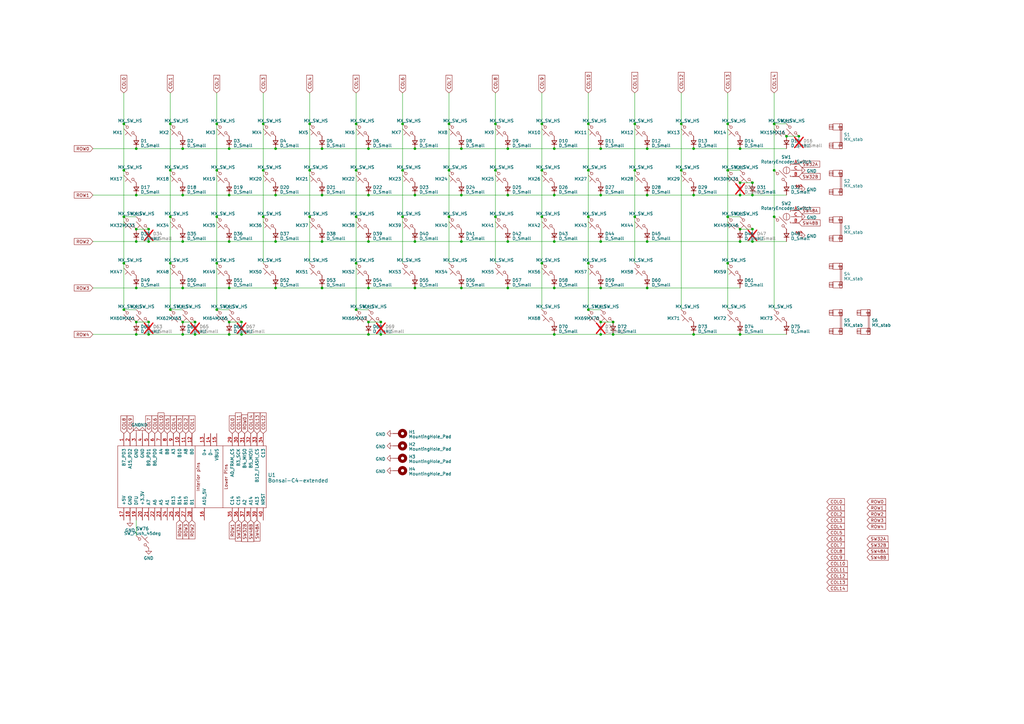
<source format=kicad_sch>
(kicad_sch (version 20230121) (generator eeschema)
  (paper "A3")
  (title_block (title "zensai65_UNI_i3"))
  (junction (at 156.21 132.08))
  (junction (at 151.13 132.08))
  (junction (at 69.85 107.95))
  (junction (at 184.15 50.8))
  (junction (at 74.93 132.08))
  (junction (at 308.61 80.01))
  (junction (at 55.88 118.11))
  (junction (at 127 88.9))
  (junction (at 74.93 137.16))
  (junction (at 93.98 132.08))
  (junction (at 80.01 137.16))
  (junction (at 170.18 60.96))
  (junction (at 189.23 80.01))
  (junction (at 203.2 69.85))
  (junction (at 317.5 69.85))
  (junction (at 317.5 88.9))
  (junction (at 327.66 55.88))
  (junction (at 284.48 60.96))
  (junction (at 322.58 55.88))
  (junction (at 203.2 50.8))
  (junction (at 69.85 69.85))
  (junction (at 208.28 80.01))
  (junction (at 60.96 99.06))
  (junction (at 113.03 60.96))
  (junction (at 50.8 88.9))
  (junction (at 303.53 74.93))
  (junction (at 165.1 50.8))
  (junction (at 156.21 137.16))
  (junction (at 246.38 132.08))
  (junction (at 132.08 80.01))
  (junction (at 265.43 60.96))
  (junction (at 146.05 50.8))
  (junction (at 265.43 118.11))
  (junction (at 284.48 137.16))
  (junction (at 170.18 80.01))
  (junction (at 69.85 127))
  (junction (at 88.9 107.95))
  (junction (at 74.93 118.11))
  (junction (at 184.15 88.9))
  (junction (at 50.8 107.95))
  (junction (at 88.9 127))
  (junction (at 246.38 60.96))
  (junction (at 93.98 60.96))
  (junction (at 50.8 69.85))
  (junction (at 93.98 118.11))
  (junction (at 60.96 137.16))
  (junction (at 208.28 118.11))
  (junction (at 246.38 137.16))
  (junction (at 165.1 69.85))
  (junction (at 127 50.8))
  (junction (at 227.33 60.96))
  (junction (at 93.98 80.01))
  (junction (at 69.85 88.9))
  (junction (at 298.45 69.85))
  (junction (at 151.13 137.16))
  (junction (at 303.53 93.98))
  (junction (at 265.43 99.06))
  (junction (at 151.13 118.11))
  (junction (at 80.01 132.08))
  (junction (at 146.05 69.85))
  (junction (at 189.23 60.96))
  (junction (at 74.93 60.96))
  (junction (at 241.3 50.8))
  (junction (at 298.45 88.9))
  (junction (at 251.46 132.08))
  (junction (at 151.13 60.96))
  (junction (at 93.98 137.16))
  (junction (at 132.08 99.06))
  (junction (at 308.61 74.93))
  (junction (at 241.3 127))
  (junction (at 208.28 60.96))
  (junction (at 50.8 127))
  (junction (at 241.3 69.85))
  (junction (at 170.18 118.11))
  (junction (at 208.28 99.06))
  (junction (at 50.8 50.8))
  (junction (at 146.05 127))
  (junction (at 113.03 99.06))
  (junction (at 227.33 137.16))
  (junction (at 246.38 99.06))
  (junction (at 69.85 50.8))
  (junction (at 151.13 99.06))
  (junction (at 303.53 80.01))
  (junction (at 170.18 99.06))
  (junction (at 60.96 93.98))
  (junction (at 88.9 88.9))
  (junction (at 165.1 88.9))
  (junction (at 222.25 107.95))
  (junction (at 55.88 80.01))
  (junction (at 60.96 132.08))
  (junction (at 308.61 93.98))
  (junction (at 146.05 88.9))
  (junction (at 246.38 80.01))
  (junction (at 241.3 107.95))
  (junction (at 107.95 69.85))
  (junction (at 317.5 50.8))
  (junction (at 227.33 80.01))
  (junction (at 107.95 88.9))
  (junction (at 222.25 88.9))
  (junction (at 227.33 118.11))
  (junction (at 113.03 80.01))
  (junction (at 303.53 137.16))
  (junction (at 127 69.85))
  (junction (at 303.53 99.06))
  (junction (at 132.08 118.11))
  (junction (at 55.88 60.96))
  (junction (at 74.93 80.01))
  (junction (at 227.33 99.06))
  (junction (at 146.05 107.95))
  (junction (at 298.45 50.8))
  (junction (at 279.4 50.8))
  (junction (at 132.08 60.96))
  (junction (at 260.35 50.8))
  (junction (at 260.35 69.85))
  (junction (at 55.88 132.08))
  (junction (at 99.06 132.08))
  (junction (at 265.43 80.01))
  (junction (at 222.25 69.85))
  (junction (at 93.98 99.06))
  (junction (at 203.2 88.9))
  (junction (at 222.25 50.8))
  (junction (at 88.9 69.85))
  (junction (at 55.88 137.16))
  (junction (at 298.45 107.95))
  (junction (at 113.03 118.11))
  (junction (at 99.06 137.16))
  (junction (at 189.23 118.11))
  (junction (at 189.23 99.06))
  (junction (at 251.46 137.16))
  (junction (at 246.38 118.11))
  (junction (at 151.13 80.01))
  (junction (at 55.88 99.06))
  (junction (at 184.15 69.85))
  (junction (at 74.93 99.06))
  (junction (at 284.48 80.01))
  (junction (at 55.88 93.98))
  (junction (at 260.35 88.9))
  (junction (at 303.53 60.96))
  (junction (at 107.95 50.8))
  (junction (at 241.3 88.9))
  (junction (at 279.4 69.85))
  (junction (at 308.61 99.06))
  (junction (at 88.9 50.8))
  (wire (pts (xy 74.93 80.01) (xy 93.98 80.01)))
  (wire (pts (xy 151.13 99.06) (xy 170.18 99.06)))
  (wire (pts (xy 298.45 38.1) (xy 298.45 50.8)))
  (wire (pts (xy 265.43 118.11) (xy 303.53 118.11)))
  (wire (pts (xy 170.18 118.11) (xy 189.23 118.11)))
  (wire (pts (xy 50.8 127) (xy 55.88 127)))
  (wire (pts (xy 308.61 80.01) (xy 322.58 80.01)))
  (wire (pts (xy 284.48 60.96) (xy 303.53 60.96)))
  (wire (pts (xy 113.03 118.11) (xy 132.08 118.11)))
  (wire (pts (xy 55.88 118.11) (xy 74.93 118.11)))
  (wire (pts (xy 74.93 118.11) (xy 93.98 118.11)))
  (wire (pts (xy 151.13 137.16) (xy 156.21 137.16)))
  (wire (pts (xy 127 50.8) (xy 127 69.85)))
  (wire (pts (xy 38.1 118.11) (xy 55.88 118.11)))
  (wire (pts (xy 107.95 38.1) (xy 107.95 50.8)))
  (wire (pts (xy 265.43 99.06) (xy 303.53 99.06)))
  (wire (pts (xy 55.88 93.98) (xy 60.96 93.98)))
  (wire (pts (xy 151.13 60.96) (xy 170.18 60.96)))
  (wire (pts (xy 55.88 132.08) (xy 60.96 132.08)))
  (wire (pts (xy 298.45 69.85) (xy 303.53 69.85)))
  (wire (pts (xy 170.18 80.01) (xy 189.23 80.01)))
  (wire (pts (xy 50.8 107.95) (xy 50.8 127)))
  (wire (pts (xy 50.8 69.85) (xy 50.8 88.9)))
  (wire (pts (xy 50.8 50.8) (xy 50.8 69.85)))
  (wire (pts (xy 55.88 137.16) (xy 60.96 137.16)))
  (wire (pts (xy 303.53 74.93) (xy 308.61 74.93)))
  (wire (pts (xy 55.88 60.96) (xy 74.93 60.96)))
  (wire (pts (xy 246.38 118.11) (xy 265.43 118.11)))
  (wire (pts (xy 222.25 69.85) (xy 222.25 88.9)))
  (wire (pts (xy 107.95 88.9) (xy 107.95 107.95)))
  (wire (pts (xy 69.85 127) (xy 74.93 127)))
  (wire (pts (xy 222.25 38.1) (xy 222.25 50.8)))
  (wire (pts (xy 227.33 80.01) (xy 246.38 80.01)))
  (wire (pts (xy 107.95 69.85) (xy 107.95 88.9)))
  (wire (pts (xy 317.5 88.9) (xy 317.5 127)))
  (wire (pts (xy 260.35 88.9) (xy 260.35 107.95)))
  (wire (pts (xy 203.2 38.1) (xy 203.2 50.8)))
  (wire (pts (xy 38.1 137.16) (xy 55.88 137.16)))
  (wire (pts (xy 69.85 107.95) (xy 69.85 127)))
  (wire (pts (xy 80.01 137.16) (xy 93.98 137.16)))
  (wire (pts (xy 74.93 60.96) (xy 93.98 60.96)))
  (wire (pts (xy 69.85 69.85) (xy 69.85 88.9)))
  (wire (pts (xy 208.28 60.96) (xy 227.33 60.96)))
  (wire (pts (xy 93.98 80.01) (xy 113.03 80.01)))
  (wire (pts (xy 38.1 99.06) (xy 55.88 99.06)))
  (wire (pts (xy 298.45 107.95) (xy 298.45 127)))
  (wire (pts (xy 132.08 60.96) (xy 151.13 60.96)))
  (wire (pts (xy 189.23 60.96) (xy 208.28 60.96)))
  (wire (pts (xy 222.25 88.9) (xy 222.25 107.95)))
  (wire (pts (xy 241.3 38.1) (xy 241.3 50.8)))
  (wire (pts (xy 113.03 99.06) (xy 132.08 99.06)))
  (wire (pts (xy 241.3 50.8) (xy 241.3 69.85)))
  (wire (pts (xy 203.2 69.85) (xy 203.2 88.9)))
  (wire (pts (xy 284.48 80.01) (xy 303.53 80.01)))
  (wire (pts (xy 165.1 50.8) (xy 165.1 69.85)))
  (wire (pts (xy 88.9 88.9) (xy 88.9 107.95)))
  (wire (pts (xy 203.2 50.8) (xy 203.2 69.85)))
  (wire (pts (xy 88.9 38.1) (xy 88.9 50.8)))
  (wire (pts (xy 260.35 50.8) (xy 260.35 69.85)))
  (wire (pts (xy 298.45 69.85) (xy 298.45 88.9)))
  (wire (pts (xy 227.33 99.06) (xy 246.38 99.06)))
  (wire (pts (xy 88.9 50.8) (xy 88.9 69.85)))
  (wire (pts (xy 88.9 69.85) (xy 88.9 88.9)))
  (wire (pts (xy 50.8 38.1) (xy 50.8 50.8)))
  (wire (pts (xy 265.43 60.96) (xy 284.48 60.96)))
  (wire (pts (xy 189.23 118.11) (xy 208.28 118.11)))
  (wire (pts (xy 151.13 118.11) (xy 170.18 118.11)))
  (wire (pts (xy 170.18 99.06) (xy 189.23 99.06)))
  (wire (pts (xy 279.4 50.8) (xy 279.4 69.85)))
  (wire (pts (xy 241.3 107.95) (xy 241.3 127)))
  (wire (pts (xy 165.1 69.85) (xy 165.1 88.9)))
  (wire (pts (xy 93.98 137.16) (xy 99.06 137.16)))
  (wire (pts (xy 227.33 60.96) (xy 246.38 60.96)))
  (wire (pts (xy 260.35 69.85) (xy 260.35 88.9)))
  (wire (pts (xy 317.5 50.8) (xy 322.58 50.8)))
  (wire (pts (xy 246.38 99.06) (xy 265.43 99.06)))
  (wire (pts (xy 127 38.1) (xy 127 50.8)))
  (wire (pts (xy 69.85 88.9) (xy 69.85 107.95)))
  (wire (pts (xy 298.45 88.9) (xy 303.53 88.9)))
  (wire (pts (xy 184.15 38.1) (xy 184.15 50.8)))
  (wire (pts (xy 156.21 137.16) (xy 227.33 137.16)))
  (wire (pts (xy 208.28 99.06) (xy 227.33 99.06)))
  (wire (pts (xy 69.85 50.8) (xy 69.85 69.85)))
  (wire (pts (xy 55.88 99.06) (xy 60.96 99.06)))
  (wire (pts (xy 246.38 137.16) (xy 251.46 137.16)))
  (wire (pts (xy 284.48 137.16) (xy 303.53 137.16)))
  (wire (pts (xy 279.4 69.85) (xy 279.4 127)))
  (wire (pts (xy 55.88 213.36) (xy 55.88 219.71)))
  (wire (pts (xy 93.98 60.96) (xy 113.03 60.96)))
  (wire (pts (xy 303.53 99.06) (xy 308.61 99.06)))
  (wire (pts (xy 38.1 60.96) (xy 55.88 60.96)))
  (wire (pts (xy 74.93 99.06) (xy 93.98 99.06)))
  (wire (pts (xy 151.13 132.08) (xy 156.21 132.08)))
  (wire (pts (xy 146.05 50.8) (xy 146.05 69.85)))
  (wire (pts (xy 50.8 88.9) (xy 50.8 107.95)))
  (wire (pts (xy 93.98 118.11) (xy 113.03 118.11)))
  (wire (pts (xy 189.23 80.01) (xy 208.28 80.01)))
  (wire (pts (xy 60.96 137.16) (xy 74.93 137.16)))
  (wire (pts (xy 184.15 50.8) (xy 184.15 69.85)))
  (wire (pts (xy 222.25 107.95) (xy 222.25 127)))
  (wire (pts (xy 241.3 88.9) (xy 241.3 107.95)))
  (wire (pts (xy 50.8 88.9) (xy 55.88 88.9)))
  (wire (pts (xy 251.46 137.16) (xy 284.48 137.16)))
  (wire (pts (xy 38.1 80.01) (xy 55.88 80.01)))
  (wire (pts (xy 132.08 118.11) (xy 151.13 118.11)))
  (wire (pts (xy 246.38 132.08) (xy 251.46 132.08)))
  (wire (pts (xy 165.1 88.9) (xy 165.1 107.95)))
  (wire (pts (xy 146.05 38.1) (xy 146.05 50.8)))
  (wire (pts (xy 146.05 88.9) (xy 146.05 107.95)))
  (wire (pts (xy 55.88 80.01) (xy 74.93 80.01)))
  (wire (pts (xy 303.53 80.01) (xy 308.61 80.01)))
  (wire (pts (xy 227.33 118.11) (xy 246.38 118.11)))
  (wire (pts (xy 317.5 38.1) (xy 317.5 50.8)))
  (wire (pts (xy 99.06 137.16) (xy 151.13 137.16)))
  (wire (pts (xy 146.05 127) (xy 151.13 127)))
  (wire (pts (xy 317.5 50.8) (xy 317.5 69.85)))
  (wire (pts (xy 279.4 38.1) (xy 279.4 50.8)))
  (wire (pts (xy 184.15 88.9) (xy 184.15 107.95)))
  (wire (pts (xy 93.98 99.06) (xy 113.03 99.06)))
  (wire (pts (xy 127 88.9) (xy 127 107.95)))
  (wire (pts (xy 246.38 60.96) (xy 265.43 60.96)))
  (wire (pts (xy 303.53 93.98) (xy 308.61 93.98)))
  (wire (pts (xy 170.18 60.96) (xy 189.23 60.96)))
  (wire (pts (xy 127 69.85) (xy 127 88.9)))
  (wire (pts (xy 260.35 38.1) (xy 260.35 50.8)))
  (wire (pts (xy 246.38 80.01) (xy 265.43 80.01)))
  (wire (pts (xy 317.5 69.85) (xy 317.5 88.9)))
  (wire (pts (xy 227.33 137.16) (xy 246.38 137.16)))
  (wire (pts (xy 107.95 50.8) (xy 107.95 69.85)))
  (wire (pts (xy 203.2 88.9) (xy 203.2 107.95)))
  (wire (pts (xy 298.45 50.8) (xy 298.45 69.85)))
  (wire (pts (xy 93.98 132.08) (xy 99.06 132.08)))
  (wire (pts (xy 303.53 137.16) (xy 322.58 137.16)))
  (wire (pts (xy 132.08 99.06) (xy 151.13 99.06)))
  (wire (pts (xy 60.96 99.06) (xy 74.93 99.06)))
  (wire (pts (xy 69.85 38.1) (xy 69.85 50.8)))
  (wire (pts (xy 113.03 60.96) (xy 132.08 60.96)))
  (wire (pts (xy 113.03 80.01) (xy 132.08 80.01)))
  (wire (pts (xy 88.9 127) (xy 93.98 127)))
  (wire (pts (xy 132.08 80.01) (xy 151.13 80.01)))
  (wire (pts (xy 222.25 50.8) (xy 222.25 69.85)))
  (wire (pts (xy 165.1 38.1) (xy 165.1 50.8)))
  (wire (pts (xy 146.05 107.95) (xy 146.05 127)))
  (wire (pts (xy 241.3 69.85) (xy 241.3 88.9)))
  (wire (pts (xy 74.93 132.08) (xy 80.01 132.08)))
  (wire (pts (xy 151.13 80.01) (xy 170.18 80.01)))
  (wire (pts (xy 74.93 137.16) (xy 80.01 137.16)))
  (wire (pts (xy 184.15 69.85) (xy 184.15 88.9)))
  (wire (pts (xy 208.28 118.11) (xy 227.33 118.11)))
  (wire (pts (xy 322.58 55.88) (xy 327.66 55.88)))
  (wire (pts (xy 146.05 69.85) (xy 146.05 88.9)))
  (wire (pts (xy 241.3 127) (xy 246.38 127)))
  (wire (pts (xy 189.23 99.06) (xy 208.28 99.06)))
  (wire (pts (xy 303.53 60.96) (xy 322.58 60.96)))
  (wire (pts (xy 208.28 80.01) (xy 227.33 80.01)))
  (wire (pts (xy 298.45 88.9) (xy 298.45 107.95)))
  (wire (pts (xy 88.9 107.95) (xy 88.9 127)))
  (wire (pts (xy 265.43 80.01) (xy 284.48 80.01)))
  (wire (pts (xy 308.61 99.06) (xy 322.58 99.06)))
  (global_label "ROW0" (shape input) (at 100.33 177.8 90) (property "Intersheetrefs" "${INTERSHEET_REFS}" (effects hide)))
  (global_label "COL12" (shape input) (at 339.09 236.22 0) (property "Intersheetrefs" "${INTERSHEET_REFS}" (effects hide)))
  (global_label "SW32A" (shape input) (at 97.79 213.36 270) (property "Intersheetrefs" "${INTERSHEET_REFS}" (effects hide)))
  (global_label "COL2" (shape input) (at 76.2 177.8 90) (property "Intersheetrefs" "${INTERSHEET_REFS}" (effects hide)))
  (global_label "SW32B" (shape input) (at 327.66 72.39 0) (property "Intersheetrefs" "${INTERSHEET_REFS}" (effects hide)))
  (global_label "COL7" (shape input) (at 60.96 177.8 90) (property "Intersheetrefs" "${INTERSHEET_REFS}" (effects hide)))
  (global_label "SW48A" (shape input) (at 105.41 213.36 270) (property "Intersheetrefs" "${INTERSHEET_REFS}" (effects hide)))
  (global_label "COL4" (shape input) (at 127 38.1 90) (property "Intersheetrefs" "${INTERSHEET_REFS}" (effects hide)))
  (global_label "COL5" (shape input) (at 146.05 38.1 90) (property "Intersheetrefs" "${INTERSHEET_REFS}" (effects hide)))
  (global_label "COL11" (shape input) (at 260.35 38.1 90) (property "Intersheetrefs" "${INTERSHEET_REFS}" (effects hide)))
  (global_label "ROW3" (shape input) (at 355.6 213.36 0) (property "Intersheetrefs" "${INTERSHEET_REFS}" (effects hide)))
  (global_label "COL1" (shape input) (at 69.85 38.1 90) (property "Intersheetrefs" "${INTERSHEET_REFS}" (effects hide)))
  (global_label "COL11" (shape input) (at 97.79 177.8 90) (property "Intersheetrefs" "${INTERSHEET_REFS}" (effects hide)))
  (global_label "ROW2" (shape input) (at 355.6 210.82 0) (property "Intersheetrefs" "${INTERSHEET_REFS}" (effects hide)))
  (global_label "ROW3" (shape input) (at 76.2 213.36 270) (property "Intersheetrefs" "${INTERSHEET_REFS}" (effects hide)))
  (global_label "COL0" (shape input) (at 95.25 177.8 90) (property "Intersheetrefs" "${INTERSHEET_REFS}" (effects hide)))
  (global_label "COL8" (shape input) (at 50.8 177.8 90) (property "Intersheetrefs" "${INTERSHEET_REFS}" (effects hide)))
  (global_label "COL8" (shape input) (at 339.09 226.06 0) (property "Intersheetrefs" "${INTERSHEET_REFS}" (effects hide)))
  (global_label "COL8" (shape input) (at 203.2 38.1 90) (property "Intersheetrefs" "${INTERSHEET_REFS}" (effects hide)))
  (global_label "COL12" (shape input) (at 279.4 38.1 90) (property "Intersheetrefs" "${INTERSHEET_REFS}" (effects hide)))
  (global_label "SW32B" (shape input) (at 355.6 223.52 0) (property "Intersheetrefs" "${INTERSHEET_REFS}" (effects hide)))
  (global_label "COL10" (shape input) (at 66.04 177.8 90) (property "Intersheetrefs" "${INTERSHEET_REFS}" (effects hide)))
  (global_label "COL0" (shape input) (at 339.09 205.74 0) (property "Intersheetrefs" "${INTERSHEET_REFS}" (effects hide)))
  (global_label "SW48B" (shape input) (at 355.6 228.6 0) (property "Intersheetrefs" "${INTERSHEET_REFS}" (effects hide)))
  (global_label "COL7" (shape input) (at 339.09 223.52 0) (property "Intersheetrefs" "${INTERSHEET_REFS}" (effects hide)))
  (global_label "COL5" (shape input) (at 339.09 218.44 0) (property "Intersheetrefs" "${INTERSHEET_REFS}" (effects hide)))
  (global_label "COL5" (shape input) (at 68.58 177.8 90) (property "Intersheetrefs" "${INTERSHEET_REFS}" (effects hide)))
  (global_label "COL1" (shape input) (at 78.74 177.8 90) (property "Intersheetrefs" "${INTERSHEET_REFS}" (effects hide)))
  (global_label "SW32A" (shape input) (at 327.66 67.31 0) (property "Intersheetrefs" "${INTERSHEET_REFS}" (effects hide)))
  (global_label "COL9" (shape input) (at 339.09 228.6 0) (property "Intersheetrefs" "${INTERSHEET_REFS}" (effects hide)))
  (global_label "ROW3" (shape input) (at 38.1 118.11 180) (property "Intersheetrefs" "${INTERSHEET_REFS}" (effects hide)))
  (global_label "COL4" (shape input) (at 71.12 177.8 90) (property "Intersheetrefs" "${INTERSHEET_REFS}" (effects hide)))
  (global_label "ROW2" (shape input) (at 38.1 99.06 180) (property "Intersheetrefs" "${INTERSHEET_REFS}" (effects hide)))
  (global_label "ROW0" (shape input) (at 355.6 205.74 0) (property "Intersheetrefs" "${INTERSHEET_REFS}" (effects hide)))
  (global_label "COL2" (shape input) (at 88.9 38.1 90) (property "Intersheetrefs" "${INTERSHEET_REFS}" (effects hide)))
  (global_label "COL6" (shape input) (at 165.1 38.1 90) (property "Intersheetrefs" "${INTERSHEET_REFS}" (effects hide)))
  (global_label "COL13" (shape input) (at 105.41 177.8 90) (property "Intersheetrefs" "${INTERSHEET_REFS}" (effects hide)))
  (global_label "COL6" (shape input) (at 63.5 177.8 90) (property "Intersheetrefs" "${INTERSHEET_REFS}" (effects hide)))
  (global_label "COL14" (shape input) (at 317.5 38.1 90) (property "Intersheetrefs" "${INTERSHEET_REFS}" (effects hide)))
  (global_label "COL4" (shape input) (at 339.09 215.9 0) (property "Intersheetrefs" "${INTERSHEET_REFS}" (effects hide)))
  (global_label "ROW1" (shape input) (at 95.25 213.36 270) (property "Intersheetrefs" "${INTERSHEET_REFS}" (effects hide)))
  (global_label "SW48A" (shape input) (at 355.6 226.06 0) (property "Intersheetrefs" "${INTERSHEET_REFS}" (effects hide)))
  (global_label "COL10" (shape input) (at 241.3 38.1 90) (property "Intersheetrefs" "${INTERSHEET_REFS}" (effects hide)))
  (global_label "COL2" (shape input) (at 339.09 210.82 0) (property "Intersheetrefs" "${INTERSHEET_REFS}" (effects hide)))
  (global_label "COL0" (shape input) (at 50.8 38.1 90) (property "Intersheetrefs" "${INTERSHEET_REFS}" (effects hide)))
  (global_label "COL13" (shape input) (at 298.45 38.1 90) (property "Intersheetrefs" "${INTERSHEET_REFS}" (effects hide)))
  (global_label "COL9" (shape input) (at 222.25 38.1 90) (property "Intersheetrefs" "${INTERSHEET_REFS}" (effects hide)))
  (global_label "COL10" (shape input) (at 339.09 231.14 0) (property "Intersheetrefs" "${INTERSHEET_REFS}" (effects hide)))
  (global_label "SW48B" (shape input) (at 327.66 91.44 0) (property "Intersheetrefs" "${INTERSHEET_REFS}" (effects hide)))
  (global_label "COL7" (shape input) (at 184.15 38.1 90) (property "Intersheetrefs" "${INTERSHEET_REFS}" (effects hide)))
  (global_label "SW32A" (shape input) (at 355.6 220.98 0) (property "Intersheetrefs" "${INTERSHEET_REFS}" (effects hide)))
  (global_label "ROW4" (shape input) (at 38.1 137.16 180) (property "Intersheetrefs" "${INTERSHEET_REFS}" (effects hide)))
  (global_label "ROW1" (shape input) (at 355.6 208.28 0) (property "Intersheetrefs" "${INTERSHEET_REFS}" (effects hide)))
  (global_label "COL14" (shape input) (at 339.09 241.3 0) (property "Intersheetrefs" "${INTERSHEET_REFS}" (effects hide)))
  (global_label "COL3" (shape input) (at 339.09 213.36 0) (property "Intersheetrefs" "${INTERSHEET_REFS}" (effects hide)))
  (global_label "COL1" (shape input) (at 339.09 208.28 0) (property "Intersheetrefs" "${INTERSHEET_REFS}" (effects hide)))
  (global_label "COL12" (shape input) (at 107.95 177.8 90) (property "Intersheetrefs" "${INTERSHEET_REFS}" (effects hide)))
  (global_label "SW48A" (shape input) (at 327.66 86.36 0) (property "Intersheetrefs" "${INTERSHEET_REFS}" (effects hide)))
  (global_label "COL6" (shape input) (at 339.09 220.98 0) (property "Intersheetrefs" "${INTERSHEET_REFS}" (effects hide)))
  (global_label "ROW1" (shape input) (at 38.1 80.01 180) (property "Intersheetrefs" "${INTERSHEET_REFS}" (effects hide)))
  (global_label "COL14" (shape input) (at 102.87 177.8 90) (property "Intersheetrefs" "${INTERSHEET_REFS}" (effects hide)))
  (global_label "ROW2" (shape input) (at 78.74 213.36 270) (property "Intersheetrefs" "${INTERSHEET_REFS}" (effects hide)))
  (global_label "SW32B" (shape input) (at 100.33 213.36 270) (property "Intersheetrefs" "${INTERSHEET_REFS}" (effects hide)))
  (global_label "ROW4" (shape input) (at 355.6 215.9 0) (property "Intersheetrefs" "${INTERSHEET_REFS}" (effects hide)))
  (global_label "COL13" (shape input) (at 339.09 238.76 0) (property "Intersheetrefs" "${INTERSHEET_REFS}" (effects hide)))
  (global_label "COL3" (shape input) (at 107.95 38.1 90) (property "Intersheetrefs" "${INTERSHEET_REFS}" (effects hide)))
  (global_label "COL9" (shape input) (at 53.34 177.8 90) (property "Intersheetrefs" "${INTERSHEET_REFS}" (effects hide)))
  (global_label "COL11" (shape input) (at 339.09 233.68 0) (property "Intersheetrefs" "${INTERSHEET_REFS}" (effects hide)))
  (global_label "ROW4" (shape input) (at 73.66 213.36 270) (property "Intersheetrefs" "${INTERSHEET_REFS}" (effects hide)))
  (global_label "SW48B" (shape input) (at 102.87 213.36 270) (property "Intersheetrefs" "${INTERSHEET_REFS}" (effects hide)))
  (global_label "ROW0" (shape input) (at 38.1 60.96 180) (property "Intersheetrefs" "${INTERSHEET_REFS}" (effects hide)))
  (global_label "COL3" (shape input) (at 73.66 177.8 90) (property "Intersheetrefs" "${INTERSHEET_REFS}" (effects hide)))
  (symbol (lib_id "marbastlib-mx:MX_SW_HS") (at 262.89 53.34 180) (unit 1)
    (property "Reference" "MX12" (at 259.842 54.356 0) (effects (justify left)))
    (property "Value" "MX_SW_HS" (at 262.89 49.53 0))
    (property "Footprint" "shoonies_parts:SW_MX_HS_S_1u_MOD" (effects hide))
  )
  (symbol (lib_id "marbastlib-mx:MX_SW_HS") (at 186.69 53.34 180) (unit 1)
    (property "Reference" "MX8" (at 183.642 54.356 0) (effects (justify left)))
    (property "Value" "MX_SW_HS" (at 186.69 49.53 0))
    (property "Footprint" "shoonies_parts:SW_MX_HS_S_1u_MOD" (effects hide))
  )
  (symbol (lib_id "marbastlib-mx:MX_stab") (at 342.9 74.93 90) (unit 1)
    (property "Reference" "S2" (at 346.075 74.2863 90) (effects (justify right)))
    (property "Value" "MX_stab" (at 346.075 76.2073 90) (effects (justify right)))
    (property "Footprint" "marbastlib-mx:STAB_MX_P_2u" (effects hide))
  )
  (symbol (lib_id "marbastlib-mx:MX_SW_HS") (at 300.99 129.54 180) (unit 1)
    (property "Reference" "MX72" (at 297.942 130.556 0) (effects (justify left)))
    (property "Value" "MX_SW_HS" (at 300.99 125.73 0))
    (property "Footprint" "shoonies_parts:SW_MX_HS_S_1u_MOD" (effects hide))
  )
  (symbol (lib_id "Mechanical:MountingHole_Pad") (at 163.83 187.96 270) (unit 1)
    (property "Reference" "H3" (at 167.64 187.3163 90) (effects (justify left)))
    (property "Value" "MountingHole_Pad" (at 167.64 189.2373 90) (effects (justify left)))
    (property "Footprint" "MountingHole:MountingHole_2.2mm_M2_Pad" (effects hide))
  )
  (symbol (lib_id "Device:D_Small") (at 151.13 134.62 90) (unit 1)
    (property "Reference" "D68" (at 152.908 133.9763 90) (effects (justify right)))
    (property "Value" "D_Small" (at 152.908 135.8973 90) (effects (justify right)))
    (property "Footprint" "shoonies_parts:D_SOD-123_CLEAN" (effects hide))
    (property "Sim.Device" "D" (effects hide))
    (property "Sim.Pins" "1=K 2=A" (effects hide))
  )
  (symbol (lib_id "Device:D_Small") (at 322.58 134.62 90) (unit 1)
    (property "Reference" "D75" (at 324.358 133.9763 90) (effects (justify right)))
    (property "Value" "D_Small" (at 324.358 135.8973 90) (effects (justify right)))
    (property "Footprint" "shoonies_parts:D_SOD-123_CLEAN" (effects hide))
    (property "Sim.Device" "D" (effects hide))
    (property "Sim.Pins" "1=K 2=A" (effects hide))
  )
  (symbol (lib_id "Device:D_Small") (at 189.23 58.42 90) (unit 1)
    (property "Reference" "D8" (at 191.008 57.7763 90) (effects (justify right)))
    (property "Value" "D_Small" (at 191.008 59.6973 90) (effects (justify right)))
    (property "Footprint" "shoonies_parts:D_SOD-123_CLEAN" (effects hide))
    (property "Sim.Device" "D" (effects hide))
    (property "Sim.Pins" "1=K 2=A" (effects hide))
  )
  (symbol (lib_id "power:GND") (at 161.29 177.8 270) (unit 1)
    (property "Reference" "#PWR09" (effects hide))
    (property "Value" "GND" (at 158.1151 178.1168 90) (effects (justify right)))
  )
  (symbol (lib_id "Device:D_Small") (at 74.93 77.47 90) (unit 1)
    (property "Reference" "D18" (at 76.708 76.8263 90) (effects (justify right)))
    (property "Value" "D_Small" (at 76.708 78.7473 90) (effects (justify right)))
    (property "Footprint" "shoonies_parts:D_SOD-123_CLEAN" (effects hide))
    (property "Sim.Device" "D" (effects hide))
    (property "Sim.Pins" "1=K 2=A" (effects hide))
  )
  (symbol (lib_id "marbastlib-mx:MX_stab") (at 342.9 93.98 90) (unit 1)
    (property "Reference" "S3" (at 346.075 93.3363 90) (effects (justify right)))
    (property "Value" "MX_stab" (at 346.075 95.2573 90) (effects (justify right)))
    (property "Footprint" "marbastlib-mx:STAB_MX_P_2u" (effects hide))
  )
  (symbol (lib_id "marbastlib-mx:MX_SW_HS") (at 53.34 129.54 180) (unit 1)
    (property "Reference" "MX60" (at 50.292 130.556 0) (effects (justify left)))
    (property "Value" "MX_SW_HS" (at 53.34 125.73 0))
    (property "Footprint" "shoonies_parts:SW_MX_HS_S_1u_MOD" (effects hide))
  )
  (symbol (lib_id "Device:D_Small") (at 246.38 58.42 90) (unit 1)
    (property "Reference" "D11" (at 248.158 57.7763 90) (effects (justify right)))
    (property "Value" "D_Small" (at 248.158 59.6973 90) (effects (justify right)))
    (property "Footprint" "shoonies_parts:D_SOD-123_CLEAN" (effects hide))
    (property "Sim.Device" "D" (effects hide))
    (property "Sim.Pins" "1=K 2=A" (effects hide))
  )
  (symbol (lib_id "marbastlib-mx:MX_SW_HS") (at 224.79 91.44 180) (unit 1)
    (property "Reference" "MX42" (at 221.742 92.456 0) (effects (justify left)))
    (property "Value" "MX_SW_HS" (at 224.79 87.63 0))
    (property "Footprint" "shoonies_parts:SW_MX_HS_S_1u_MOD" (effects hide))
  )
  (symbol (lib_id "marbastlib-mx:MX_SW_HS") (at 91.44 91.44 180) (unit 1)
    (property "Reference" "MX35" (at 88.392 92.456 0) (effects (justify left)))
    (property "Value" "MX_SW_HS" (at 91.44 87.63 0))
    (property "Footprint" "shoonies_parts:SW_MX_HS_S_1u_MOD" (effects hide))
  )
  (symbol (lib_id "Device:D_Small") (at 189.23 96.52 90) (unit 1)
    (property "Reference" "D41" (at 191.008 95.8763 90) (effects (justify right)))
    (property "Value" "D_Small" (at 191.008 97.7973 90) (effects (justify right)))
    (property "Footprint" "shoonies_parts:D_SOD-123_CLEAN" (effects hide))
    (property "Sim.Device" "D" (effects hide))
    (property "Sim.Pins" "1=K 2=A" (effects hide))
  )
  (symbol (lib_id "Device:D_Small") (at 265.43 77.47 90) (unit 1)
    (property "Reference" "D28" (at 267.208 76.8263 90) (effects (justify right)))
    (property "Value" "D_Small" (at 267.208 78.7473 90) (effects (justify right)))
    (property "Footprint" "shoonies_parts:D_SOD-123_CLEAN" (effects hide))
    (property "Sim.Device" "D" (effects hide))
    (property "Sim.Pins" "1=K 2=A" (effects hide))
  )
  (symbol (lib_id "marbastlib-mx:MX_SW_HS") (at 153.67 129.54 180) (unit 1)
    (property "Reference" "MX67" (at 150.622 130.556 0) (effects (justify left)))
    (property "Value" "MX_SW_HS" (at 153.67 125.73 0))
    (property "Footprint" "shoonies_parts:SW_MX_HS_S_1u_MOD" (effects hide))
  )
  (symbol (lib_id "power:GND") (at 161.29 193.04 270) (unit 1)
    (property "Reference" "#PWR012" (effects hide))
    (property "Value" "GND" (at 158.1151 193.3568 90) (effects (justify right)))
  )
  (symbol (lib_id "Mechanical:MountingHole_Pad") (at 163.83 182.88 270) (unit 1)
    (property "Reference" "H2" (at 167.64 182.2363 90) (effects (justify left)))
    (property "Value" "MountingHole_Pad" (at 167.64 184.1573 90) (effects (justify left)))
    (property "Footprint" "MountingHole:MountingHole_2.2mm_M2_Pad" (effects hide))
  )
  (symbol (lib_id "marbastlib-mx:MX_SW_HS") (at 248.92 129.54 180) (unit 1)
    (property "Reference" "MX70" (at 245.872 130.556 0) (effects (justify left)))
    (property "Value" "MX_SW_HS" (at 248.92 125.73 0))
    (property "Footprint" "shoonies_parts:SW_MX_HS_S_1u_MOD" (effects hide))
  )
  (symbol (lib_id "Device:D_Small") (at 284.48 134.62 90) (unit 1)
    (property "Reference" "D73" (at 286.258 133.9763 90) (effects (justify right)))
    (property "Value" "D_Small" (at 286.258 135.8973 90) (effects (justify right)))
    (property "Footprint" "shoonies_parts:D_SOD-123_CLEAN" (effects hide))
    (property "Sim.Device" "D" (effects hide))
    (property "Sim.Pins" "1=K 2=A" (effects hide))
  )
  (symbol (lib_id "marbastlib-mx:MX_SW_HS") (at 186.69 110.49 180) (unit 1)
    (property "Reference" "MX54" (at 183.642 111.506 0) (effects (justify left)))
    (property "Value" "MX_SW_HS" (at 186.69 106.68 0))
    (property "Footprint" "shoonies_parts:SW_MX_HS_S_1u_MOD" (effects hide))
  )
  (symbol (lib_id "Device:D_Small") (at 246.38 134.62 90) (unit 1) (in_bom no) (on_board no) (dnp yes)
    (property "Reference" "D71" (at 248.158 133.9763 90) (effects (justify right)))
    (property "Value" "D_Small" (at 248.158 135.8973 90) (effects (justify right)))
    (property "Footprint" "shoonies_parts:D_SOD-123_CLEAN" (effects hide))
    (property "Sim.Device" "D" (effects hide))
    (property "Sim.Pins" "1=K 2=A" (effects hide))
  )
  (symbol (lib_id "marbastlib-mx:MX_SW_HS") (at 110.49 72.39 180) (unit 1)
    (property "Reference" "MX20" (at 107.442 73.406 0) (effects (justify left)))
    (property "Value" "MX_SW_HS" (at 110.49 68.58 0))
    (property "Footprint" "shoonies_parts:SW_MX_HS_S_1u_MOD" (effects hide))
  )
  (symbol (lib_id "marbastlib-mx:MX_SW_HS") (at 129.54 72.39 180) (unit 1)
    (property "Reference" "MX21" (at 126.492 73.406 0) (effects (justify left)))
    (property "Value" "MX_SW_HS" (at 129.54 68.58 0))
    (property "Footprint" "shoonies_parts:SW_MX_HS_S_1u_MOD" (effects hide))
  )
  (symbol (lib_id "Device:D_Small") (at 208.28 77.47 90) (unit 1)
    (property "Reference" "D25" (at 210.058 76.8263 90) (effects (justify right)))
    (property "Value" "D_Small" (at 210.058 78.7473 90) (effects (justify right)))
    (property "Footprint" "shoonies_parts:D_SOD-123_CLEAN" (effects hide))
    (property "Sim.Device" "D" (effects hide))
    (property "Sim.Pins" "1=K 2=A" (effects hide))
  )
  (symbol (lib_id "Device:D_Small") (at 132.08 77.47 90) (unit 1)
    (property "Reference" "D21" (at 133.858 76.8263 90) (effects (justify right)))
    (property "Value" "D_Small" (at 133.858 78.7473 90) (effects (justify right)))
    (property "Footprint" "shoonies_parts:D_SOD-123_CLEAN" (effects hide))
    (property "Sim.Device" "D" (effects hide))
    (property "Sim.Pins" "1=K 2=A" (effects hide))
  )
  (symbol (lib_id "Device:D_Small") (at 74.93 115.57 90) (unit 1)
    (property "Reference" "D50" (at 76.708 114.9263 90) (effects (justify right)))
    (property "Value" "D_Small" (at 76.708 116.8473 90) (effects (justify right)))
    (property "Footprint" "shoonies_parts:D_SOD-123_CLEAN" (effects hide))
    (property "Sim.Device" "D" (effects hide))
    (property "Sim.Pins" "1=K 2=A" (effects hide))
  )
  (symbol (lib_id "Device:D_Small") (at 60.96 134.62 90) (unit 1) (in_bom no) (on_board no) (dnp yes)
    (property "Reference" "D63" (at 62.738 133.9763 90) (effects (justify right)))
    (property "Value" "D_Small" (at 62.738 135.8973 90) (effects (justify right)))
    (property "Footprint" "shoonies_parts:D_SOD-123_CLEAN" (effects hide))
    (property "Sim.Device" "D" (effects hide))
    (property "Sim.Pins" "1=K 2=A" (effects hide))
  )
  (symbol (lib_id "power:GND") (at 53.34 213.36 0) (unit 1)
    (property "Reference" "#PWR01" (effects hide))
    (property "Value" "GND" (at 53.34 217.4955 0))
  )
  (symbol (lib_id "Switch:SW_Push_45deg") (at 58.42 222.25 0) (unit 1)
    (property "Reference" "SW76" (at 58.42 216.8271 0))
    (property "Value" "SW_Push_45deg" (at 58.42 218.7481 0))
    (property "Footprint" "Button_Switch_SMD:SW_SPST_TL3342" (effects hide))
  )
  (symbol (lib_id "Device:D_Small") (at 227.33 96.52 90) (unit 1)
    (property "Reference" "D43" (at 229.108 95.8763 90) (effects (justify right)))
    (property "Value" "D_Small" (at 229.108 97.7973 90) (effects (justify right)))
    (property "Footprint" "shoonies_parts:D_SOD-123_CLEAN" (effects hide))
    (property "Sim.Device" "D" (effects hide))
    (property "Sim.Pins" "1=K 2=A" (effects hide))
  )
  (symbol (lib_id "Device:D_Small") (at 74.93 134.62 90) (unit 1)
    (property "Reference" "D64" (at 76.708 133.9763 90) (effects (justify right)))
    (property "Value" "D_Small" (at 76.708 135.8973 90) (effects (justify right)))
    (property "Footprint" "shoonies_parts:D_SOD-123_CLEAN" (effects hide))
    (property "Sim.Device" "D" (effects hide))
    (property "Sim.Pins" "1=K 2=A" (effects hide))
  )
  (symbol (lib_id "marbastlib-mx:MX_SW_HS") (at 148.59 91.44 180) (unit 1)
    (property "Reference" "MX38" (at 145.542 92.456 0) (effects (justify left)))
    (property "Value" "MX_SW_HS" (at 148.59 87.63 0))
    (property "Footprint" "shoonies_parts:SW_MX_HS_S_1u_MOD" (effects hide))
  )
  (symbol (lib_id "Device:D_Small") (at 156.21 134.62 90) (unit 1) (in_bom no) (on_board no) (dnp yes)
    (property "Reference" "D69" (at 157.988 133.9763 90) (effects (justify right)))
    (property "Value" "D_Small" (at 157.988 135.8973 90) (effects (justify right)))
    (property "Footprint" "shoonies_parts:D_SOD-123_CLEAN" (effects hide))
    (property "Sim.Device" "D" (effects hide))
    (property "Sim.Pins" "1=K 2=A" (effects hide))
  )
  (symbol (lib_id "Device:D_Small") (at 246.38 96.52 90) (unit 1)
    (property "Reference" "D44" (at 248.158 95.8763 90) (effects (justify right)))
    (property "Value" "D_Small" (at 248.158 97.7973 90) (effects (justify right)))
    (property "Footprint" "shoonies_parts:D_SOD-123_CLEAN" (effects hide))
    (property "Sim.Device" "D" (effects hide))
    (property "Sim.Pins" "1=K 2=A" (effects hide))
  )
  (symbol (lib_id "Device:D_Small") (at 113.03 77.47 90) (unit 1)
    (property "Reference" "D20" (at 114.808 76.8263 90) (effects (justify right)))
    (property "Value" "D_Small" (at 114.808 78.7473 90) (effects (justify right)))
    (property "Footprint" "shoonies_parts:D_SOD-123_CLEAN" (effects hide))
    (property "Sim.Device" "D" (effects hide))
    (property "Sim.Pins" "1=K 2=A" (effects hide))
  )
  (symbol (lib_id "Device:D_Small") (at 93.98 115.57 90) (unit 1)
    (property "Reference" "D51" (at 95.758 114.9263 90) (effects (justify right)))
    (property "Value" "D_Small" (at 95.758 116.8473 90) (effects (justify right)))
    (property "Footprint" "shoonies_parts:D_SOD-123_CLEAN" (effects hide))
    (property "Sim.Device" "D" (effects hide))
    (property "Sim.Pins" "1=K 2=A" (effects hide))
  )
  (symbol (lib_id "power:GND") (at 161.29 187.96 270) (unit 1)
    (property "Reference" "#PWR011" (effects hide))
    (property "Value" "GND" (at 158.1151 188.2768 90) (effects (justify right)))
  )
  (symbol (lib_id "power:GND") (at 161.29 182.88 270) (unit 1)
    (property "Reference" "#PWR010" (effects hide))
    (property "Value" "GND" (at 158.1151 183.1968 90) (effects (justify right)))
  )
  (symbol (lib_id "marbastlib-mx:MX_SW_HS") (at 53.34 53.34 180) (unit 1)
    (property "Reference" "MX1" (at 50.292 54.356 0) (effects (justify left)))
    (property "Value" "MX_SW_HS" (at 53.34 49.53 0))
    (property "Footprint" "shoonies_parts:SW_MX_HS_S_1u_MOD" (effects hide))
  )
  (symbol (lib_id "marbastlib-mx:MX_SW_HS") (at 129.54 110.49 180) (unit 1)
    (property "Reference" "MX51" (at 126.492 111.506 0) (effects (justify left)))
    (property "Value" "MX_SW_HS" (at 129.54 106.68 0))
    (property "Footprint" "shoonies_parts:SW_MX_HS_S_1u_MOD" (effects hide))
  )
  (symbol (lib_id "Device:D_Small") (at 246.38 77.47 90) (unit 1)
    (property "Reference" "D27" (at 248.158 76.8263 90) (effects (justify right)))
    (property "Value" "D_Small" (at 248.158 78.7473 90) (effects (justify right)))
    (property "Footprint" "shoonies_parts:D_SOD-123_CLEAN" (effects hide))
    (property "Sim.Device" "D" (effects hide))
    (property "Sim.Pins" "1=K 2=A" (effects hide))
  )
  (symbol (lib_id "Device:D_Small") (at 151.13 96.52 90) (unit 1)
    (property "Reference" "D39" (at 152.908 95.8763 90) (effects (justify right)))
    (property "Value" "D_Small" (at 152.908 97.7973 90) (effects (justify right)))
    (property "Footprint" "shoonies_parts:D_SOD-123_CLEAN" (effects hide))
    (property "Sim.Device" "D" (effects hide))
    (property "Sim.Pins" "1=K 2=A" (effects hide))
  )
  (symbol (lib_id "Device:D_Small") (at 170.18 96.52 90) (unit 1)
    (property "Reference" "D40" (at 171.958 95.8763 90) (effects (justify right)))
    (property "Value" "D_Small" (at 171.958 97.7973 90) (effects (justify right)))
    (property "Footprint" "shoonies_parts:D_SOD-123_CLEAN" (effects hide))
    (property "Sim.Device" "D" (effects hide))
    (property "Sim.Pins" "1=K 2=A" (effects hide))
  )
  (symbol (lib_id "marbastlib-mx:MX_SW_HS") (at 243.84 72.39 180) (unit 1)
    (property "Reference" "MX27" (at 240.792 73.406 0) (effects (justify left)))
    (property "Value" "MX_SW_HS" (at 243.84 68.58 0))
    (property "Footprint" "shoonies_parts:SW_MX_HS_S_1u_MOD" (effects hide))
  )
  (symbol (lib_id "Device:D_Small") (at 55.88 134.62 90) (unit 1)
    (property "Reference" "D62" (at 57.658 133.9763 90) (effects (justify right)))
    (property "Value" "D_Small" (at 57.658 135.8973 90) (effects (justify right)))
    (property "Footprint" "shoonies_parts:D_SOD-123_CLEAN" (effects hide))
    (property "Sim.Device" "D" (effects hide))
    (property "Sim.Pins" "1=K 2=A" (effects hide))
  )
  (symbol (lib_id "Device:D_Small") (at 284.48 77.47 90) (unit 1)
    (property "Reference" "D29" (at 286.258 76.8263 90) (effects (justify right)))
    (property "Value" "D_Small" (at 286.258 78.7473 90) (effects (justify right)))
    (property "Footprint" "shoonies_parts:D_SOD-123_CLEAN" (effects hide))
    (property "Sim.Device" "D" (effects hide))
    (property "Sim.Pins" "1=K 2=A" (effects hide))
  )
  (symbol (lib_id "Mechanical:MountingHole_Pad") (at 163.83 177.8 270) (unit 1)
    (property "Reference" "H1" (at 167.64 177.1563 90) (effects (justify left)))
    (property "Value" "MountingHole_Pad" (at 167.64 179.0773 90) (effects (justify left)))
    (property "Footprint" "MountingHole:MountingHole_2.2mm_M2_Pad" (effects hide))
  )
  (symbol (lib_id "Device:D_Small") (at 284.48 58.42 90) (unit 1)
    (property "Reference" "D13" (at 286.258 57.7763 90) (effects (justify right)))
    (property "Value" "D_Small" (at 286.258 59.6973 90) (effects (justify right)))
    (property "Footprint" "shoonies_parts:D_SOD-123_CLEAN" (effects hide))
    (property "Sim.Device" "D" (effects hide))
    (property "Sim.Pins" "1=K 2=A" (effects hide))
  )
  (symbol (lib_id "Device:D_Small") (at 93.98 134.62 90) (unit 1)
    (property "Reference" "D66" (at 95.758 133.9763 90) (effects (justify right)))
    (property "Value" "D_Small" (at 95.758 135.8973 90) (effects (justify right)))
    (property "Footprint" "shoonies_parts:D_SOD-123_CLEAN" (effects hide))
    (property "Sim.Device" "D" (effects hide))
    (property "Sim.Pins" "1=K 2=A" (effects hide))
  )
  (symbol (lib_id "Device:D_Small") (at 265.43 58.42 90) (unit 1)
    (property "Reference" "D12" (at 267.208 57.7763 90) (effects (justify right)))
    (property "Value" "D_Small" (at 267.208 59.6973 90) (effects (justify right)))
    (property "Footprint" "shoonies_parts:D_SOD-123_CLEAN" (effects hide))
    (property "Sim.Device" "D" (effects hide))
    (property "Sim.Pins" "1=K 2=A" (effects hide))
  )
  (symbol (lib_id "Device:D_Small") (at 308.61 96.52 90) (unit 1) (in_bom no) (on_board no) (dnp yes)
    (property "Reference" "D47" (at 310.388 95.8763 90) (effects (justify right)))
    (property "Value" "D_Small" (at 310.388 97.7973 90) (effects (justify right)))
    (property "Footprint" "shoonies_parts:D_SOD-123_CLEAN" (effects hide))
    (property "Sim.Device" "D" (effects hide))
    (property "Sim.Pins" "1=K 2=A" (effects hide))
  )
  (symbol (lib_id "marbastlib-mx:MX_SW_HS") (at 167.64 110.49 180) (unit 1)
    (property "Reference" "MX53" (at 164.592 111.506 0) (effects (justify left)))
    (property "Value" "MX_SW_HS" (at 167.64 106.68 0))
    (property "Footprint" "shoonies_parts:SW_MX_HS_S_1u_MOD" (effects hide))
  )
  (symbol (lib_id "Device:D_Small") (at 170.18 115.57 90) (unit 1)
    (property "Reference" "D55" (at 171.958 114.9263 90) (effects (justify right)))
    (property "Value" "D_Small" (at 171.958 116.8473 90) (effects (justify right)))
    (property "Footprint" "shoonies_parts:D_SOD-123_CLEAN" (effects hide))
    (property "Sim.Device" "D" (effects hide))
    (property "Sim.Pins" "1=K 2=A" (effects hide))
  )
  (symbol (lib_id "Device:D_Small") (at 208.28 115.57 90) (unit 1)
    (property "Reference" "D57" (at 210.058 114.9263 90) (effects (justify right)))
    (property "Value" "D_Small" (at 210.058 116.8473 90) (effects (justify right)))
    (property "Footprint" "shoonies_parts:D_SOD-123_CLEAN" (effects hide))
    (property "Sim.Device" "D" (effects hide))
    (property "Sim.Pins" "1=K 2=A" (effects hide))
  )
  (symbol (lib_id "Device:D_Small") (at 113.03 58.42 90) (unit 1)
    (property "Reference" "D4" (at 114.808 57.7763 90) (effects (justify right)))
    (property "Value" "D_Small" (at 114.808 59.6973 90) (effects (justify right)))
    (property "Footprint" "shoonies_parts:D_SOD-123_CLEAN" (effects hide))
    (property "Sim.Device" "D" (effects hide))
    (property "Sim.Pins" "1=K 2=A" (effects hide))
  )
  (symbol (lib_id "marbastlib-mx:MX_SW_HS") (at 205.74 53.34 180) (unit 1)
    (property "Reference" "MX9" (at 202.692 54.356 0) (effects (justify left)))
    (property "Value" "MX_SW_HS" (at 205.74 49.53 0))
    (property "Footprint" "shoonies_parts:SW_MX_HS_S_1u_MOD" (effects hide))
  )
  (symbol (lib_id "marbastlib-mx:MX_SW_HS") (at 148.59 129.54 180) (unit 1)
    (property "Reference" "MX66" (at 145.542 130.556 0) (effects (justify left)))
    (property "Value" "MX_SW_HS" (at 148.59 125.73 0))
    (property "Footprint" "shoonies_parts:SW_MX_HS_S_1u_MOD" (effects hide))
  )
  (symbol (lib_id "Device:D_Small") (at 93.98 58.42 90) (unit 1)
    (property "Reference" "D3" (at 95.758 57.7763 90) (effects (justify right)))
    (property "Value" "D_Small" (at 95.758 59.6973 90) (effects (justify right)))
    (property "Footprint" "shoonies_parts:D_SOD-123_CLEAN" (effects hide))
    (property "Sim.Device" "D" (effects hide))
    (property "Sim.Pins" "1=K 2=A" (effects hide))
  )
  (symbol (lib_id "marbastlib-mx:MX_SW_HS") (at 320.04 129.54 180) (unit 1)
    (property "Reference" "MX73" (at 316.992 130.556 0) (effects (justify left)))
    (property "Value" "MX_SW_HS" (at 320.04 125.73 0))
    (property "Footprint" "shoonies_parts:SW_MX_HS_S_1u_MOD" (effects hide))
  )
  (symbol (lib_id "shoonies_symbs:RotaryEncoder_Switch") (at 320.04 72.39 0) (unit 1)
    (property "Reference" "SW1" (at 322.4807 64.427 0))
    (property "Value" "RotaryEncoder_Switch" (at 322.4807 66.348 0))
    (property "Footprint" "marbastlib-various:ROT_Alps_EC11E-Switch" (effects hide))
  )
  (symbol (lib_id "power:GND") (at 55.88 177.8 180) (unit 1)
    (property "Reference" "#PWR02" (effects hide))
    (property "Value" "GND" (at 55.88 174.2981 0))
  )
  (symbol (lib_id "Device:D_Small") (at 80.01 134.62 90) (unit 1) (in_bom no) (on_board no) (dnp yes)
    (property "Reference" "D65" (at 81.788 133.9763 90) (effects (justify right)))
    (property "Value" "D_Small" (at 81.788 135.8973 90) (effects (justify right)))
    (property "Footprint" "shoonies_parts:D_SOD-123_CLEAN" (effects hide))
    (property "Sim.Device" "D" (effects hide))
    (property "Sim.Pins" "1=K 2=A" (effects hide))
  )
  (symbol (lib_id "marbastlib-mx:MX_stab") (at 342.9 113.03 90) (unit 1)
    (property "Reference" "S4" (at 346.075 112.3863 90) (effects (justify right)))
    (property "Value" "MX_stab" (at 346.075 114.3073 90) (effects (justify right)))
    (property "Footprint" "marbastlib-mx:STAB_MX_P_2u" (effects hide))
  )
  (symbol (lib_id "marbastlib-mx:MX_SW_HS") (at 300.99 53.34 180) (unit 1)
    (property "Reference" "MX14" (at 297.942 54.356 0) (effects (justify left)))
    (property "Value" "MX_SW_HS" (at 300.99 49.53 0))
    (property "Footprint" "shoonies_parts:SW_MX_HS_S_1u_MOD" (effects hide))
  )
  (symbol (lib_id "marbastlib-mx:MX_SW_HS") (at 300.99 72.39 180) (unit 1)
    (property "Reference" "MX30" (at 297.942 73.406 0) (effects (justify left)))
    (property "Value" "MX_SW_HS" (at 300.99 68.58 0))
    (property "Footprint" "shoonies_parts:SW_MX_HS_S_1u_MOD" (effects hide))
  )
  (symbol (lib_id "Device:D_Small") (at 322.58 77.47 90) (unit 1)
    (property "Reference" "D32" (at 324.358 76.8263 90) (effects (justify right)))
    (property "Value" "D_Small" (at 324.358 78.7473 90) (effects (justify right)))
    (property "Footprint" "shoonies_parts:D_SOD-123_CLEAN" (effects hide))
    (property "Sim.Device" "D" (effects hide))
    (property "Sim.Pins" "1=K 2=A" (effects hide))
  )
  (symbol (lib_id "Device:D_Small") (at 99.06 134.62 90) (unit 1) (in_bom no) (on_board no) (dnp yes)
    (property "Reference" "D67" (at 100.838 133.9763 90) (effects (justify right)))
    (property "Value" "D_Small" (at 100.838 135.8973 90) (effects (justify right)))
    (property "Footprint" "shoonies_parts:D_SOD-123_CLEAN" (effects hide))
    (property "Sim.Device" "D" (effects hide))
    (property "Sim.Pins" "1=K 2=A" (effects hide))
  )
  (symbol (lib_id "Device:D_Small") (at 113.03 115.57 90) (unit 1)
    (property "Reference" "D52" (at 114.808 114.9263 90) (effects (justify right)))
    (property "Value" "D_Small" (at 114.808 116.8473 90) (effects (justify right)))
    (property "Footprint" "shoonies_parts:D_SOD-123_CLEAN" (effects hide))
    (property "Sim.Device" "D" (effects hide))
    (property "Sim.Pins" "1=K 2=A" (effects hide))
  )
  (symbol (lib_id "Device:D_Small") (at 227.33 115.57 90) (unit 1)
    (property "Reference" "D58" (at 229.108 114.9263 90) (effects (justify right)))
    (property "Value" "D_Small" (at 229.108 116.8473 90) (effects (justify right)))
    (property "Footprint" "shoonies_parts:D_SOD-123_CLEAN" (effects hide))
    (property "Sim.Device" "D" (effects hide))
    (property "Sim.Pins" "1=K 2=A" (effects hide))
  )
  (symbol (lib_id "marbastlib-mx:MX_SW_HS") (at 167.64 53.34 180) (unit 1)
    (property "Reference" "MX7" (at 164.592 54.356 0) (effects (justify left)))
    (property "Value" "MX_SW_HS" (at 167.64 49.53 0))
    (property "Footprint" "shoonies_parts:SW_MX_HS_S_1u_MOD" (effects hide))
  )
  (symbol (lib_id "marbastlib-mx:MX_SW_HS") (at 320.04 53.34 180) (unit 1)
    (property "Reference" "MX15" (at 316.992 54.356 0) (effects (justify left)))
    (property "Value" "MX_SW_HS" (at 320.04 49.53 0))
    (property "Footprint" "shoonies_parts:SW_MX_HS_S_1u_MOD" (effects hide))
  )
  (symbol (lib_id "power:GND") (at 58.42 177.8 180) (unit 1)
    (property "Reference" "#PWR03" (effects hide))
    (property "Value" "GND" (at 58.42 174.2981 0))
  )
  (symbol (lib_id "marbastlib-mx:MX_SW_HS") (at 243.84 91.44 180) (unit 1)
    (property "Reference" "MX43" (at 240.792 92.456 0) (effects (justify left)))
    (property "Value" "MX_SW_HS" (at 243.84 87.63 0))
    (property "Footprint" "shoonies_parts:SW_MX_HS_S_1u_MOD" (effects hide))
  )
  (symbol (lib_id "marbastlib-mx:MX_SW_HS") (at 306.07 91.44 180) (unit 1)
    (property "Reference" "MX46" (at 303.022 92.456 0) (effects (justify left)))
    (property "Value" "MX_SW_HS" (at 306.07 87.63 0))
    (property "Footprint" "shoonies_parts:SW_MX_HS_S_1u_MOD" (effects hide))
  )
  (symbol (lib_id "marbastlib-mx:MX_SW_HS") (at 110.49 110.49 180) (unit 1)
    (property "Reference" "MX50" (at 107.442 111.506 0) (effects (justify left)))
    (property "Value" "MX_SW_HS" (at 110.49 106.68 0))
    (property "Footprint" "shoonies_parts:SW_MX_HS_S_1u_MOD" (effects hide))
  )
  (symbol (lib_id "power:GND") (at 60.96 224.79 0) (unit 1)
    (property "Reference" "#PWR08" (effects hide))
    (property "Value" "GND" (at 60.96 228.9255 0))
  )
  (symbol (lib_id "Device:D_Small") (at 93.98 96.52 90) (unit 1)
    (property "Reference" "D36" (at 95.758 95.8763 90) (effects (justify right)))
    (property "Value" "D_Small" (at 95.758 97.7973 90) (effects (justify right)))
    (property "Footprint" "shoonies_parts:D_SOD-123_CLEAN" (effects hide))
    (property "Sim.Device" "D" (effects hide))
    (property "Sim.Pins" "1=K 2=A" (effects hide))
  )
  (symbol (lib_id "Device:D_Small") (at 251.46 134.62 90) (unit 1)
    (property "Reference" "D72" (at 253.238 133.9763 90) (effects (justify right)))
    (property "Value" "D_Small" (at 253.238 135.8973 90) (effects (justify right)))
    (property "Footprint" "shoonies_parts:D_SOD-123_CLEAN" (effects hide))
    (property "Sim.Device" "D" (effects hide))
    (property "Sim.Pins" "1=K 2=A" (effects hide))
  )
  (symbol (lib_id "marbastlib-mx:MX_SW_HS") (at 77.47 129.54 180) (unit 1)
    (property "Reference" "MX63" (at 74.422 130.556 0) (effects (justify left)))
    (property "Value" "MX_SW_HS" (at 77.47 125.73 0))
    (property "Footprint" "shoonies_parts:SW_MX_HS_S_1u_MOD" (effects hide))
  )
  (symbol (lib_id "marbastlib-mx:MX_SW_HS") (at 224.79 129.54 180) (unit 1)
    (property "Reference" "MX68" (at 221.742 130.556 0) (effects (justify left)))
    (property "Value" "MX_SW_HS" (at 224.79 125.73 0))
    (property "Footprint" "shoonies_parts:SW_MX_HS_S_1u_MOD" (effects hide))
  )
  (symbol (lib_id "Device:D_Small") (at 151.13 58.42 90) (unit 1)
    (property "Reference" "D6" (at 152.908 57.7763 90) (effects (justify right)))
    (property "Value" "D_Small" (at 152.908 59.6973 90) (effects (justify right)))
    (property "Footprint" "shoonies_parts:D_SOD-123_CLEAN" (effects hide))
    (property "Sim.Device" "D" (effects hide))
    (property "Sim.Pins" "1=K 2=A" (effects hide))
  )
  (symbol (lib_id "marbastlib-mx:MX_SW_HS") (at 243.84 110.49 180) (unit 1)
    (property "Reference" "MX57" (at 240.792 111.506 0) (effects (justify left)))
    (property "Value" "MX_SW_HS" (at 243.84 106.68 0))
    (property "Footprint" "shoonies_parts:SW_MX_HS_S_1u_MOD" (effects hide))
  )
  (symbol (lib_id "marbastlib-mx:MX_SW_HS") (at 148.59 53.34 180) (unit 1)
    (property "Reference" "MX6" (at 145.542 54.356 0) (effects (justify left)))
    (property "Value" "MX_SW_HS" (at 148.59 49.53 0))
    (property "Footprint" "shoonies_parts:SW_MX_HS_S_1u_MOD" (effects hide))
  )
  (symbol (lib_id "marbastlib-mx:MX_SW_HS") (at 58.42 91.44 180) (unit 1)
    (property "Reference" "MX33" (at 55.372 92.456 0) (effects (justify left)))
    (property "Value" "MX_SW_HS" (at 58.42 87.63 0))
    (property "Footprint" "shoonies_parts:SW_MX_HS_S_1u_MOD" (effects hide))
  )
  (symbol (lib_id "marbastlib-mx:MX_SW_HS") (at 96.52 129.54 180) (unit 1)
    (property "Reference" "MX65" (at 93.472 130.556 0) (effects (justify left)))
    (property "Value" "MX_SW_HS" (at 96.52 125.73 0))
    (property "Footprint" "shoonies_parts:SW_MX_HS_S_1u_MOD" (effects hide))
  )
  (symbol (lib_id "Device:D_Small") (at 227.33 77.47 90) (unit 1)
    (property "Reference" "D26" (at 229.108 76.8263 90) (effects (justify right)))
    (property "Value" "D_Small" (at 229.108 78.7473 90) (effects (justify right)))
    (property "Footprint" "shoonies_parts:D_SOD-123_CLEAN" (effects hide))
    (property "Sim.Device" "D" (effects hide))
    (property "Sim.Pins" "1=K 2=A" (effects hide))
  )
  (symbol (lib_id "marbastlib-mx:MX_SW_HS") (at 110.49 53.34 180) (unit 1)
    (property "Reference" "MX4" (at 107.442 54.356 0) (effects (justify left)))
    (property "Value" "MX_SW_HS" (at 110.49 49.53 0))
    (property "Footprint" "shoonies_parts:SW_MX_HS_S_1u_MOD" (effects hide))
  )
  (symbol (lib_id "marbastlib-mx:MX_SW_HS") (at 91.44 53.34 180) (unit 1)
    (property "Reference" "MX3" (at 88.392 54.356 0) (effects (justify left)))
    (property "Value" "MX_SW_HS" (at 91.44 49.53 0))
    (property "Footprint" "shoonies_parts:SW_MX_HS_S_1u_MOD" (effects hide))
  )
  (symbol (lib_id "marbastlib-mx:MX_SW_HS") (at 243.84 129.54 180) (unit 1)
    (property "Reference" "MX69" (at 240.792 130.556 0) (effects (justify left)))
    (property "Value" "MX_SW_HS" (at 243.84 125.73 0))
    (property "Footprint" "shoonies_parts:SW_MX_HS_S_1u_MOD" (effects hide))
  )
  (symbol (lib_id "marbastlib-mx:MX_SW_HS") (at 281.94 72.39 180) (unit 1)
    (property "Reference" "MX29" (at 278.892 73.406 0) (effects (justify left)))
    (property "Value" "MX_SW_HS" (at 281.94 68.58 0))
    (property "Footprint" "shoonies_parts:SW_MX_HS_S_1u_MOD" (effects hide))
  )
  (symbol (lib_id "shoonies_symbs:RotaryEncoder_Switch") (at 320.04 91.44 0) (unit 1)
    (property "Reference" "SW2" (at 322.4807 83.477 0))
    (property "Value" "RotaryEncoder_Switch" (at 322.4807 85.398 0))
    (property "Footprint" "marbastlib-various:ROT_Alps_EC11E-Switch" (effects hide))
  )
  (symbol (lib_id "marbastlib-mx:MX_SW_HS") (at 72.39 129.54 180) (unit 1)
    (property "Reference" "MX62" (at 69.342 130.556 0) (effects (justify left)))
    (property "Value" "MX_SW_HS" (at 72.39 125.73 0))
    (property "Footprint" "shoonies_parts:SW_MX_HS_S_1u_MOD" (effects hide))
  )
  (symbol (lib_id "marbastlib-mx:MX_SW_HS") (at 72.39 72.39 180) (unit 1)
    (property "Reference" "MX18" (at 69.342 73.406 0) (effects (justify left)))
    (property "Value" "MX_SW_HS" (at 72.39 68.58 0))
    (property "Footprint" "shoonies_parts:SW_MX_HS_S_1u_MOD" (effects hide))
  )
  (symbol (lib_id "Device:D_Small") (at 189.23 115.57 90) (unit 1)
    (property "Reference" "D56" (at 191.008 114.9263 90) (effects (justify right)))
    (property "Value" "D_Small" (at 191.008 116.8473 90) (effects (justify right)))
    (property "Footprint" "shoonies_parts:D_SOD-123_CLEAN" (effects hide))
    (property "Sim.Device" "D" (effects hide))
    (property "Sim.Pins" "1=K 2=A" (effects hide))
  )
  (symbol (lib_id "marbastlib-mx:MX_SW_HS") (at 129.54 53.34 180) (unit 1)
    (property "Reference" "MX5" (at 126.492 54.356 0) (effects (justify left)))
    (property "Value" "MX_SW_HS" (at 129.54 49.53 0))
    (property "Footprint" "shoonies_parts:SW_MX_HS_S_1u_MOD" (effects hide))
  )
  (symbol (lib_id "marbastlib-mx:MX_stab") (at 354.33 132.08 90) (unit 1)
    (property "Reference" "S6" (at 357.505 131.4363 90) (effects (justify right)))
    (property "Value" "MX_stab" (at 357.505 133.3573 90) (effects (justify right)))
    (property "Footprint" "marbastlib-mx:STAB_MX_P_7u" (effects hide))
  )
  (symbol (lib_id "marbastlib-mx:MX_SW_HS") (at 300.99 110.49 180) (unit 1)
    (property "Reference" "MX59" (at 297.942 111.506 0) (effects (justify left)))
    (property "Value" "MX_SW_HS" (at 300.99 106.68 0))
    (property "Footprint" "shoonies_parts:SW_MX_HS_S_1u_MOD" (effects hide))
  )
  (symbol (lib_id "Device:D_Small") (at 55.88 58.42 90) (unit 1)
    (property "Reference" "D1" (at 57.658 57.7763 90) (effects (justify right)))
    (property "Value" "D_Small" (at 57.658 59.6973 90) (effects (justify right)))
    (property "Footprint" "shoonies_parts:D_SOD-123_CLEAN" (effects hide))
    (property "Sim.Device" "D" (effects hide))
    (property "Sim.Pins" "1=K 2=A" (effects hide))
  )
  (symbol (lib_id "Device:D_Small") (at 303.53 58.42 90) (unit 1)
    (property "Reference" "D14" (at 305.308 57.7763 90) (effects (justify right)))
    (property "Value" "D_Small" (at 305.308 59.6973 90) (effects (justify right)))
    (property "Footprint" "shoonies_parts:D_SOD-123_CLEAN" (effects hide))
    (property "Sim.Device" "D" (effects hide))
    (property "Sim.Pins" "1=K 2=A" (effects hide))
  )
  (symbol (lib_id "marbastlib-mx:MX_SW_HS") (at 53.34 110.49 180) (unit 1)
    (property "Reference" "MX47" (at 50.292 111.506 0) (effects (justify left)))
    (property "Value" "MX_SW_HS" (at 53.34 106.68 0))
    (property "Footprint" "shoonies_parts:SW_MX_HS_S_1u_MOD" (effects hide))
  )
  (symbol (lib_id "Device:D_Small") (at 60.96 96.52 90) (unit 1) (in_bom no) (on_board no) (dnp yes)
    (property "Reference" "D34" (at 62.738 95.8763 90) (effects (justify right)))
    (property "Value" "D_Small" (at 62.738 97.7973 90) (effects (justify right)))
    (property "Footprint" "shoonies_parts:D_SOD-123_CLEAN" (effects hide))
    (property "Sim.Device" "D" (effects hide))
    (property "Sim.Pins" "1=K 2=A" (effects hide))
  )
  (symbol (lib_id "marbastlib-mx:MX_SW_HS") (at 281.94 129.54 180) (unit 1)
    (property "Reference" "MX71" (at 278.892 130.556 0) (effects (justify left)))
    (property "Value" "MX_SW_HS" (at 281.94 125.73 0))
    (property "Footprint" "shoonies_parts:SW_MX_HS_S_1u_MOD" (effects hide))
  )
  (symbol (lib_id "marbastlib-mx:MX_SW_HS") (at 262.89 110.49 180) (unit 1)
    (property "Reference" "MX58" (at 259.842 111.506 0) (effects (justify left)))
    (property "Value" "MX_SW_HS" (at 262.89 106.68 0))
    (property "Footprint" "shoonies_parts:SW_MX_HS_S_1u_MOD" (effects hide))
  )
  (symbol (lib_id "marbastlib-mx:MX_SW_HS") (at 205.74 72.39 180) (unit 1)
    (property "Reference" "MX25" (at 202.692 73.406 0) (effects (justify left)))
    (property "Value" "MX_SW_HS" (at 205.74 68.58 0))
    (property "Footprint" "shoonies_parts:SW_MX_HS_S_1u_MOD" (effects hide))
  )
  (symbol (lib_id "Device:D_Small") (at 151.13 77.47 90) (unit 1)
    (property "Reference" "D22" (at 152.908 76.8263 90) (effects (justify right)))
    (property "Value" "D_Small" (at 152.908 78.7473 90) (effects (justify right)))
    (property "Footprint" "shoonies_parts:D_SOD-123_CLEAN" (effects hide))
    (property "Sim.Device" "D" (effects hide))
    (property "Sim.Pins" "1=K 2=A" (effects hide))
  )
  (symbol (lib_id "Device:D_Small") (at 227.33 58.42 90) (unit 1)
    (property "Reference" "D10" (at 229.108 57.7763 90) (effects (justify right)))
    (property "Value" "D_Small" (at 229.108 59.6973 90) (effects (justify right)))
    (property "Footprint" "shoonies_parts:D_SOD-123_CLEAN" (effects hide))
    (property "Sim.Device" "D" (effects hide))
    (property "Sim.Pins" "1=K 2=A" (effects hide))
  )
  (symbol (lib_id "Device:D_Small") (at 151.13 115.57 90) (unit 1)
    (property "Reference" "D54" (at 152.908 114.9263 90) (effects (justify right)))
    (property "Value" "D_Small" (at 152.908 116.8473 90) (effects (justify right)))
    (property "Footprint" "shoonies_parts:D_SOD-123_CLEAN" (effects hide))
    (property "Sim.Device" "D" (effects hide))
    (property "Sim.Pins" "1=K 2=A" (effects hide))
  )
  (symbol (lib_id "Device:D_Small") (at 208.28 96.52 90) (unit 1)
    (property "Reference" "D42" (at 210.058 95.8763 90) (effects (justify right)))
    (property "Value" "D_Small" (at 210.058 97.7973 90) (effects (justify right)))
    (property "Footprint" "shoonies_parts:D_SOD-123_CLEAN" (effects hide))
    (property "Sim.Device" "D" (effects hide))
    (property "Sim.Pins" "1=K 2=A" (effects hide))
  )
  (symbol (lib_id "Device:D_Small") (at 55.88 96.52 90) (unit 1)
    (property "Reference" "D33" (at 57.658 95.8763 90) (effects (justify right)))
    (property "Value" "D_Small" (at 57.658 97.7973 90) (effects (justify right)))
    (property "Footprint" "shoonies_parts:D_SOD-123_CLEAN" (effects hide))
    (property "Sim.Device" "D" (effects hide))
    (property "Sim.Pins" "1=K 2=A" (effects hide))
  )
  (symbol (lib_id "marbastlib-mx:MX_SW_HS") (at 167.64 72.39 180) (unit 1)
    (property "Reference" "MX23" (at 164.592 73.406 0) (effects (justify left)))
    (property "Value" "MX_SW_HS" (at 167.64 68.58 0))
    (property "Footprint" "shoonies_parts:SW_MX_HS_S_1u_MOD" (effects hide))
  )
  (symbol (lib_id "marbastlib-mx:MX_SW_HS") (at 129.54 91.44 180) (unit 1)
    (property "Reference" "MX37" (at 126.492 92.456 0) (effects (justify left)))
    (property "Value" "MX_SW_HS" (at 129.54 87.63 0))
    (property "Footprint" "shoonies_parts:SW_MX_HS_S_1u_MOD" (effects hide))
  )
  (symbol (lib_id "marbastlib-mx:MX_SW_HS") (at 167.64 91.44 180) (unit 1)
    (property "Reference" "MX39" (at 164.592 92.456 0) (effects (justify left)))
    (property "Value" "MX_SW_HS" (at 167.64 87.63 0))
    (property "Footprint" "shoonies_parts:SW_MX_HS_S_1u_MOD" (effects hide))
  )
  (symbol (lib_id "marbastlib-mx:MX_SW_HS") (at 205.74 110.49 180) (unit 1)
    (property "Reference" "MX55" (at 202.692 111.506 0) (effects (justify left)))
    (property "Value" "MX_SW_HS" (at 205.74 106.68 0))
    (property "Footprint" "shoonies_parts:SW_MX_HS_S_1u_MOD" (effects hide))
  )
  (symbol (lib_id "Device:D_Small") (at 265.43 115.57 90) (unit 1)
    (property "Reference" "D60" (at 267.208 114.9263 90) (effects (justify right)))
    (property "Value" "D_Small" (at 267.208 116.8473 90) (effects (justify right)))
    (property "Footprint" "shoonies_parts:D_SOD-123_CLEAN" (effects hide))
    (property "Sim.Device" "D" (effects hide))
    (property "Sim.Pins" "1=K 2=A" (effects hide))
  )
  (symbol (lib_id "marbastlib-mx:MX_SW_HS") (at 58.42 129.54 180) (unit 1)
    (property "Reference" "MX61" (at 55.372 130.556 0) (effects (justify left)))
    (property "Value" "MX_SW_HS" (at 58.42 125.73 0))
    (property "Footprint" "shoonies_parts:SW_MX_HS_S_1u_MOD" (effects hide))
  )
  (symbol (lib_id "marbastlib-mx:MX_SW_HS") (at 243.84 53.34 180) (unit 1)
    (property "Reference" "MX11" (at 240.792 54.356 0) (effects (justify left)))
    (property "Value" "MX_SW_HS" (at 243.84 49.53 0))
    (property "Footprint" "shoonies_parts:SW_MX_HS_S_1u_MOD" (effects hide))
  )
  (symbol (lib_id "marbastlib-mx:MX_SW_HS") (at 186.69 72.39 180) (unit 1)
    (property "Reference" "MX24" (at 183.642 73.406 0) (effects (justify left)))
    (property "Value" "MX_SW_HS" (at 186.69 68.58 0))
    (property "Footprint" "shoonies_parts:SW_MX_HS_S_1u_MOD" (effects hide))
  )
  (symbol (lib_id "Device:D_Small") (at 227.33 134.62 90) (unit 1)
    (property "Reference" "D70" (at 229.108 133.9763 90) (effects (justify right)))
    (property "Value" "D_Small" (at 229.108 135.8973 90) (effects (justify right)))
    (property "Footprint" "shoonies_parts:D_SOD-123_CLEAN" (effects hide))
    (property "Sim.Device" "D" (effects hide))
    (property "Sim.Pins" "1=K 2=A" (effects hide))
  )
  (symbol (lib_id "marbastlib-mx:MX_stab") (at 342.9 132.08 90) (unit 1)
    (property "Reference" "S5" (at 346.075 131.4363 90) (effects (justify right)))
    (property "Value" "MX_stab" (at 346.075 133.3573 90) (effects (justify right)))
    (property "Footprint" "marbastlib-mx:STAB_MX_P_6.25u" (effects hide))
  )
  (symbol (lib_id "power:GND") (at 327.66 88.9 90) (unit 1)
    (property "Reference" "#PWR06" (effects hide))
    (property "Value" "GND" (at 330.835 89.2168 90) (effects (justify right)))
  )
  (symbol (lib_id "marbastlib-mx:MX_SW_HS") (at 72.39 53.34 180) (unit 1)
    (property "Reference" "MX2" (at 69.342 54.356 0) (effects (justify left)))
    (property "Value" "MX_SW_HS" (at 72.39 49.53 0))
    (property "Footprint" "shoonies_parts:SW_MX_HS_S_1u_MOD" (effects hide))
  )
  (symbol (lib_id "marbastlib-mx:MX_SW_HS") (at 281.94 53.34 180) (unit 1)
    (property "Reference" "MX13" (at 278.892 54.356 0) (effects (justify left)))
    (property "Value" "MX_SW_HS" (at 281.94 49.53 0))
    (property "Footprint" "shoonies_parts:SW_MX_HS_S_1u_MOD" (effects hide))
  )
  (symbol (lib_id "Device:D_Small") (at 55.88 115.57 90) (unit 1)
    (property "Reference" "D49" (at 57.658 114.9263 90) (effects (justify right)))
    (property "Value" "D_Small" (at 57.658 116.8473 90) (effects (justify right)))
    (property "Footprint" "shoonies_parts:D_SOD-123_CLEAN" (effects hide))
    (property "Sim.Device" "D" (effects hide))
    (property "Sim.Pins" "1=K 2=A" (effects hide))
  )
  (symbol (lib_id "Device:D_Small") (at 132.08 115.57 90) (unit 1)
    (property "Reference" "D53" (at 133.858 114.9263 90) (effects (justify right)))
    (property "Value" "D_Small" (at 133.858 116.8473 90) (effects (justify right)))
    (property "Footprint" "shoonies_parts:D_SOD-123_CLEAN" (effects hide))
    (property "Sim.Device" "D" (effects hide))
    (property "Sim.Pins" "1=K 2=A" (effects hide))
  )
  (symbol (lib_id "Device:D_Small") (at 322.58 58.42 90) (unit 1)
    (property "Reference" "D15" (at 324.358 57.7763 90) (effects (justify right)))
    (property "Value" "D_Small" (at 324.358 59.6973 90) (effects (justify right)))
    (property "Footprint" "shoonies_parts:D_SOD-123_CLEAN" (effects hide))
    (property "Sim.Device" "D" (effects hide))
    (property "Sim.Pins" "1=K 2=A" (effects hide))
  )
  (symbol (lib_id "marbastlib-mx:MX_SW_HS") (at 91.44 129.54 180) (unit 1)
    (property "Reference" "MX64" (at 88.392 130.556 0) (effects (justify left)))
    (property "Value" "MX_SW_HS" (at 91.44 125.73 0))
    (property "Footprint" "shoonies_parts:SW_MX_HS_S_1u_MOD" (effects hide))
  )
  (symbol (lib_id "Device:D_Small") (at 74.93 58.42 90) (unit 1)
    (property "Reference" "D2" (at 76.708 57.7763 90) (effects (justify right)))
    (property "Value" "D_Small" (at 76.708 59.6973 90) (effects (justify right)))
    (property "Footprint" "shoonies_parts:D_SOD-123_CLEAN" (effects hide))
    (property "Sim.Device" "D" (effects hide))
    (property "Sim.Pins" "1=K 2=A" (effects hide))
  )
  (symbol (lib_id "power:GND") (at 327.66 96.52 90) (unit 1)
    (property "Reference" "#PWR07" (effects hide))
    (property "Value" "GND" (at 330.835 96.8368 90) (effects (justify right)))
  )
  (symbol (lib_id "marbastlib-mx:MX_SW_HS") (at 72.39 91.44 180) (unit 1)
    (property "Reference" "MX34" (at 69.342 92.456 0) (effects (justify left)))
    (property "Value" "MX_SW_HS" (at 72.39 87.63 0))
    (property "Footprint" "shoonies_parts:SW_MX_HS_S_1u_MOD" (effects hide))
  )
  (symbol (lib_id "marbastlib-mx:MX_SW_HS") (at 325.12 53.34 180) (unit 1)
    (property "Reference" "MX16" (at 322.072 54.356 0) (effects (justify left)))
    (property "Value" "MX_SW_HS" (at 325.12 49.53 0))
    (property "Footprint" "shoonies_parts:SW_MX_HS_S_1u_MOD" (effects hide))
  )
  (symbol (lib_id "Device:D_Small") (at 327.66 58.42 90) (unit 1) (in_bom no) (on_board no) (dnp yes)
    (property "Reference" "D16" (at 329.438 57.7763 90) (effects (justify right)))
    (property "Value" "D_Small" (at 329.438 59.6973 90) (effects (justify right)))
    (property "Footprint" "shoonies_parts:D_SOD-123_CLEAN" (effects hide))
    (property "Sim.Device" "D" (effects hide))
    (property "Sim.Pins" "1=K 2=A" (effects hide))
  )
  (symbol (lib_id "Device:D_Small") (at 322.58 96.52 90) (unit 1)
    (property "Reference" "D48" (at 324.358 95.8763 90) (effects (justify right)))
    (property "Value" "D_Small" (at 324.358 97.7973 90) (effects (justify right)))
    (property "Footprint" "shoonies_parts:D_SOD-123_CLEAN" (effects hide))
    (property "Sim.Device" "D" (effects hide))
    (property "Sim.Pins" "1=K 2=A" (effects hide))
  )
  (symbol (lib_id "Device:D_Small") (at 208.28 58.42 90) (unit 1)
    (property "Reference" "D9" (at 210.058 57.7763 90) (effects (justify right)))
    (property "Value" "D_Small" (at 210.058 59.6973 90) (effects (justify right)))
    (property "Footprint" "shoonies_parts:D_SOD-123_CLEAN" (effects hide))
    (property "Sim.Device" "D" (effects hide))
    (property "Sim.Pins" "1=K 2=A" (effects hide))
  )
  (symbol (lib_id "Device:D_Small") (at 189.23 77.47 90) (unit 1)
    (property "Reference" "D24" (at 191.008 76.8263 90) (effects (justify right)))
    (property "Value" "D_Small" (at 191.008 78.7473 90) (effects (justify right)))
    (property "Footprint" "shoonies_parts:D_SOD-123_CLEAN" (effects hide))
    (property "Sim.Device" "D" (effects hide))
    (property "Sim.Pins" "1=K 2=A" (effects hide))
  )
  (symbol (lib_id "Device:D_Small") (at 303.53 115.57 90) (unit 1)
    (property "Reference" "D61" (at 305.308 114.9263 90) (effects (justify right)))
    (property "Value" "D_Small" (at 305.308 116.8473 90) (effects (justify right)))
    (property "Footprint" "shoonies_parts:D_SOD-123_CLEAN" (effects hide))
    (property "Sim.Device" "D" (effects hide))
    (property "Sim.Pins" "1=K 2=A" (effects hide))
  )
  (symbol (lib_id "marbastlib-mx:MX_SW_HS") (at 262.89 72.39 180) (unit 1)
    (property "Reference" "MX28" (at 259.842 73.406 0) (effects (justify left)))
    (property "Value" "MX_SW_HS" (at 262.89 68.58 0))
    (property "Footprint" "shoonies_parts:SW_MX_HS_S_1u_MOD" (effects hide))
  )
  (symbol (lib_id "Device:D_Small") (at 170.18 58.42 90) (unit 1)
    (property "Reference" "D7" (at 171.958 57.7763 90) (effects (justify right)))
    (property "Value" "D_Small" (at 171.958 59.6973 90) (effects (justify right)))
    (property "Footprint" "shoonies_parts:D_SOD-123_CLEAN" (effects hide))
    (property "Sim.Device" "D" (effects hide))
    (property "Sim.Pins" "1=K 2=A" (effects hide))
  )
  (symbol (lib_id "marbastlib-mx:MX_SW_HS") (at 148.59 72.39 180) (unit 1)
    (property "Reference" "MX22" (at 145.542 73.406 0) (effects (justify left)))
    (property "Value" "MX_SW_HS" (at 148.59 68.58 0))
    (property "Footprint" "shoonies_parts:SW_MX_HS_S_1u_MOD" (effects hide))
  )
  (symbol (lib_id "marbastlib-mx:MX_SW_HS") (at 224.79 53.34 180) (unit 1)
    (property "Reference" "MX10" (at 221.742 54.356 0) (effects (justify left)))
    (property "Value" "MX_SW_HS" (at 224.79 49.53 0))
    (property "Footprint" "shoonies_parts:SW_MX_HS_S_1u_MOD" (effects hide))
  )
  (symbol (lib_id "marbastlib-mx:MX_SW_HS") (at 262.89 91.44 180) (unit 1)
    (property "Reference" "MX44" (at 259.842 92.456 0) (effects (justify left)))
    (property "Value" "MX_SW_HS" (at 262.89 87.63 0))
    (property "Footprint" "shoonies_parts:SW_MX_HS_S_1u_MOD" (effects hide))
  )
  (symbol (lib_id "marbastlib-mx:MX_SW_HS") (at 72.39 110.49 180) (unit 1)
    (property "Reference" "MX48" (at 69.342 111.506 0) (effects (justify left)))
    (property "Value" "MX_SW_HS" (at 72.39 106.68 0))
    (property "Footprint" "shoonies_parts:SW_MX_HS_S_1u_MOD" (effects hide))
  )
  (symbol (lib_id "marbastlib-mx:MX_SW_HS") (at 53.34 72.39 180) (unit 1)
    (property "Reference" "MX17" (at 50.292 73.406 0) (effects (justify left)))
    (property "Value" "MX_SW_HS" (at 53.34 68.58 0))
    (property "Footprint" "shoonies_parts:SW_MX_HS_S_1u_MOD" (effects hide))
  )
  (symbol (lib_id "Device:D_Small") (at 265.43 96.52 90) (unit 1)
    (property "Reference" "D45" (at 267.208 95.8763 90) (effects (justify right)))
    (property "Value" "D_Small" (at 267.208 97.7973 90) (effects (justify right)))
    (property "Footprint" "shoonies_parts:D_SOD-123_CLEAN" (effects hide))
    (property "Sim.Device" "D" (effects hide))
    (property "Sim.Pins" "1=K 2=A" (effects hide))
  )
  (symbol (lib_id "Device:D_Small") (at 303.53 96.52 90) (unit 1)
    (property "Reference" "D46" (at 305.308 95.8763 90) (effects (justify right)))
    (property "Value" "D_Small" (at 305.308 97.7973 90) (effects (justify right)))
    (property "Footprint" "shoonies_parts:D_SOD-123_CLEAN" (effects hide))
    (property "Sim.Device" "D" (effects hide))
    (property "Sim.Pins" "1=K 2=A" (effects hide))
  )
  (symbol (lib_id "marbastlib-mx:MX_SW_HS") (at 300.99 91.44 180) (unit 1)
    (property "Reference" "MX45" (at 297.942 92.456 0) (effects (justify left)))
    (property "Value" "MX_SW_HS" (at 300.99 87.63 0))
    (property "Footprint" "shoonies_parts:SW_MX_HS_S_1u_MOD" (effects hide))
  )
  (symbol (lib_id "marbastlib-mx:MX_SW_HS") (at 91.44 110.49 180) (unit 1)
    (property "Reference" "MX49" (at 88.392 111.506 0) (effects (justify left)))
    (property "Value" "MX_SW_HS" (at 91.44 106.68 0))
    (property "Footprint" "shoonies_parts:SW_MX_HS_S_1u_MOD" (effects hide))
  )
  (symbol (lib_id "Device:D_Small") (at 303.53 134.62 90) (unit 1)
    (property "Reference" "D74" (at 305.308 133.9763 90) (effects (justify right)))
    (property "Value" "D_Small" (at 305.308 135.8973 90) (effects (justify right)))
    (property "Footprint" "shoonies_parts:D_SOD-123_CLEAN" (effects hide))
    (property "Sim.Device" "D" (effects hide))
    (property "Sim.Pins" "1=K 2=A" (effects hide))
  )
  (symbol (lib_id "power:GND") (at 327.66 69.85 90) (unit 1)
    (property "Reference" "#PWR04" (effects hide))
    (property "Value" "GND" (at 330.835 70.1668 90) (effects (justify right)))
  )
  (symbol (lib_id "Device:D_Small") (at 55.88 77.47 90) (unit 1)
    (property "Reference" "D17" (at 57.658 76.8263 90) (effects (justify right)))
    (property "Value" "D_Small" (at 57.658 78.7473 90) (effects (justify right)))
    (property "Footprint" "shoonies_parts:D_SOD-123_CLEAN" (effects hide))
    (property "Sim.Device" "D" (effects hide))
    (property "Sim.Pins" "1=K 2=A" (effects hide))
  )
  (symbol (lib_id "marbastlib-mx:MX_SW_HS") (at 110.49 91.44 180) (unit 1)
    (property "Reference" "MX36" (at 107.442 92.456 0) (effects (justify left)))
    (property "Value" "MX_SW_HS" (at 110.49 87.63 0))
    (property "Footprint" "shoonies_parts:SW_MX_HS_S_1u_MOD" (effects hide))
  )
  (symbol (lib_id "Device:D_Small") (at 113.03 96.52 90) (unit 1)
    (property "Reference" "D37" (at 114.808 95.8763 90) (effects (justify right)))
    (property "Value" "D_Small" (at 114.808 97.7973 90) (effects (justify right)))
    (property "Footprint" "shoonies_parts:D_SOD-123_CLEAN" (effects hide))
    (property "Sim.Device" "D" (effects hide))
    (property "Sim.Pins" "1=K 2=A" (effects hide))
  )
  (symbol (lib_id "marbastlib-mx:MX_SW_HS") (at 186.69 91.44 180) (unit 1)
    (property "Reference" "MX40" (at 183.642 92.456 0) (effects (justify left)))
    (property "Value" "MX_SW_HS" (at 186.69 87.63 0))
    (property "Footprint" "shoonies_parts:SW_MX_HS_S_1u_MOD" (effects hide))
  )
  (symbol (lib_id "Device:D_Small") (at 74.93 96.52 90) (unit 1)
    (property "Reference" "D35" (at 76.708 95.8763 90) (effects (justify right)))
    (property "Value" "D_Small" (at 76.708 97.7973 90) (effects (justify right)))
    (property "Footprint" "shoonies_parts:D_SOD-123_CLEAN" (effects hide))
    (property "Sim.Device" "D" (effects hide))
    (property "Sim.Pins" "1=K 2=A" (effects hide))
  )
  (symbol (lib_id "marbastlib-mx:MX_SW_HS") (at 53.34 91.44 180) (unit 1)
    (property "Reference" "MX32" (at 50.292 92.456 0) (effects (justify left)))
    (property "Value" "MX_SW_HS" (at 53.34 87.63 0))
    (property "Footprint" "shoonies_parts:SW_MX_HS_S_1u_MOD" (effects hide))
  )
  (symbol (lib_id "Device:D_Small") (at 303.53 77.47 90) (unit 1) (in_bom no) (on_board no) (dnp yes)
    (property "Reference" "D30" (at 305.308 76.8263 90) (effects (justify right)))
    (property "Value" "D_Small" (at 305.308 78.7473 90) (effects (justify right)))
    (property "Footprint" "shoonies_parts:D_SOD-123_CLEAN" (effects hide))
    (property "Sim.Device" "D" (effects hide))
    (property "Sim.Pins" "1=K 2=A" (effects hide))
  )
  (symbol (lib_id "marbastlib-mx:MX_SW_HS") (at 224.79 110.49 180) (unit 1)
    (property "Reference" "MX56" (at 221.742 111.506 0) (effects (justify left)))
    (property "Value" "MX_SW_HS" (at 224.79 106.68 0))
    (property "Footprint" "shoonies_parts:SW_MX_HS_S_1u_MOD" (effects hide))
  )
  (symbol (lib_id "marbastlib-mx:MX_SW_HS") (at 148.59 110.49 180) (unit 1)
    (property "Reference" "MX52" (at 145.542 111.506 0) (effects (justify left)))
    (property "Value" "MX_SW_HS" (at 148.59 106.68 0))
    (property "Footprint" "shoonies_parts:SW_MX_HS_S_1u_MOD" (effects hide))
  )
  (symbol (lib_id "power:GND") (at 327.66 77.47 90) (unit 1)
    (property "Reference" "#PWR05" (effects hide))
    (property "Value" "GND" (at 330.835 77.7868 90) (effects (justify right)))
  )
  (symbol (lib_id "Bonsai_C4:Bonsai-C4-extended") (at 69.85 195.58 90) (mirror x) (unit 1) (in_bom no)
    (property "Reference" "U1" (at 109.855 194.833 90) (effects (font (size 1.524 1.524)) (justify right)))
    (property "Value" "Bonsai-C4-extended" (at 109.855 197.0872 90) (effects (font (size 1.524 1.524)) (justify right)))
    (property "Footprint" "shoonies_parts:Bonsai_C4_extended_THT" (effects hide))
  )
  (symbol (lib_id "Device:D_Small") (at 132.08 58.42 90) (unit 1)
    (property "Reference" "D5" (at 133.858 57.7763 90) (effects (justify right)))
    (property "Value" "D_Small" (at 133.858 59.6973 90) (effects (justify right)))
    (property "Footprint" "shoonies_parts:D_SOD-123_CLEAN" (effects hide))
    (property "Sim.Device" "D" (effects hide))
    (property "Sim.Pins" "1=K 2=A" (effects hide))
  )
  (symbol (lib_id "Device:D_Small") (at 246.38 115.57 90) (unit 1)
    (property "Reference" "D59" (at 248.158 114.9263 90) (effects (justify right)))
    (property "Value" "D_Small" (at 248.158 116.8473 90) (effects (justify right)))
    (property "Footprint" "shoonies_parts:D_SOD-123_CLEAN" (effects hide))
    (property "Sim.Device" "D" (effects hide))
    (property "Sim.Pins" "1=K 2=A" (effects hide))
  )
  (symbol (lib_id "Device:D_Small") (at 170.18 77.47 90) (unit 1)
    (property "Reference" "D23" (at 171.958 76.8263 90) (effects (justify right)))
    (property "Value" "D_Small" (at 171.958 78.7473 90) (effects (justify right)))
    (property "Footprint" "shoonies_parts:D_SOD-123_CLEAN" (effects hide))
    (property "Sim.Device" "D" (effects hide))
    (property "Sim.Pins" "1=K 2=A" (effects hide))
  )
  (symbol (lib_id "Device:D_Small") (at 93.98 77.47 90) (unit 1)
    (property "Reference" "D19" (at 95.758 76.8263 90) (effects (justify right)))
    (property "Value" "D_Small" (at 95.758 78.7473 90) (effects (justify right)))
    (property "Footprint" "shoonies_parts:D_SOD-123_CLEAN" (effects hide))
    (property "Sim.Device" "D" (effects hide))
    (property "Sim.Pins" "1=K 2=A" (effects hide))
  )
  (symbol (lib_id "Device:D_Small") (at 308.61 77.47 90) (unit 1)
    (property "Reference" "D31" (at 310.388 76.8263 90) (effects (justify right)))
    (property "Value" "D_Small" (at 310.388 78.7473 90) (effects (justify right)))
    (property "Footprint" "shoonies_parts:D_SOD-123_CLEAN" (effects hide))
    (property "Sim.Device" "D" (effects hide))
    (property "Sim.Pins" "1=K 2=A" (effects hide))
  )
  (symbol (lib_id "marbastlib-mx:MX_SW_HS") (at 91.44 72.39 180) (unit 1)
    (property "Reference" "MX19" (at 88.392 73.406 0) (effects (justify left)))
    (property "Value" "MX_SW_HS" (at 91.44 68.58 0))
    (property "Footprint" "shoonies_parts:SW_MX_HS_S_1u_MOD" (effects hide))
  )
  (symbol (lib_id "Mechanical:MountingHole_Pad") (at 163.83 193.04 270) (unit 1)
    (property "Reference" "H4" (at 167.64 192.3963 90) (effects (justify left)))
    (property "Value" "MountingHole_Pad" (at 167.64 194.3173 90) (effects (justify left)))
    (property "Footprint" "MountingHole:MountingHole_2.2mm_M2_Pad" (effects hide))
  )
  (symbol (lib_id "marbastlib-mx:MX_SW_HS") (at 306.07 72.39 180) (unit 1)
    (property "Reference" "MX31" (at 303.022 73.406 0) (effects (justify left)))
    (property "Value" "MX_SW_HS" (at 306.07 68.58 0))
    (property "Footprint" "shoonies_parts:SW_MX_HS_S_1u_MOD" (effects hide))
  )
  (symbol (lib_id "marbastlib-mx:MX_SW_HS") (at 205.74 91.44 180) (unit 1)
    (property "Reference" "MX41" (at 202.692 92.456 0) (effects (justify left)))
    (property "Value" "MX_SW_HS" (at 205.74 87.63 0))
    (property "Footprint" "shoonies_parts:SW_MX_HS_S_1u_MOD" (effects hide))
  )
  (symbol (lib_id "marbastlib-mx:MX_stab") (at 342.9 55.88 90) (unit 1)
    (property "Reference" "S1" (at 346.075 55.2363 90) (effects (justify right)))
    (property "Value" "MX_stab" (at 346.075 57.1573 90) (effects (justify right)))
    (property "Footprint" "marbastlib-mx:STAB_MX_P_2u" (effects hide))
  )
  (symbol (lib_id "Device:D_Small") (at 132.08 96.52 90) (unit 1)
    (property "Reference" "D38" (at 133.858 95.8763 90) (effects (justify right)))
    (property "Value" "D_Small" (at 133.858 97.7973 90) (effects (justify right)))
    (property "Footprint" "shoonies_parts:D_SOD-123_CLEAN" (effects hide))
    (property "Sim.Device" "D" (effects hide))
    (property "Sim.Pins" "1=K 2=A" (effects hide))
  )
  (symbol (lib_id "marbastlib-mx:MX_SW_HS") (at 224.79 72.39 180) (unit 1)
    (property "Reference" "MX26" (at 221.742 73.406 0) (effects (justify left)))
    (property "Value" "MX_SW_HS" (at 224.79 68.58 0))
    (property "Footprint" "shoonies_parts:SW_MX_HS_S_1u_MOD" (effects hide))
  )
)
</source>
